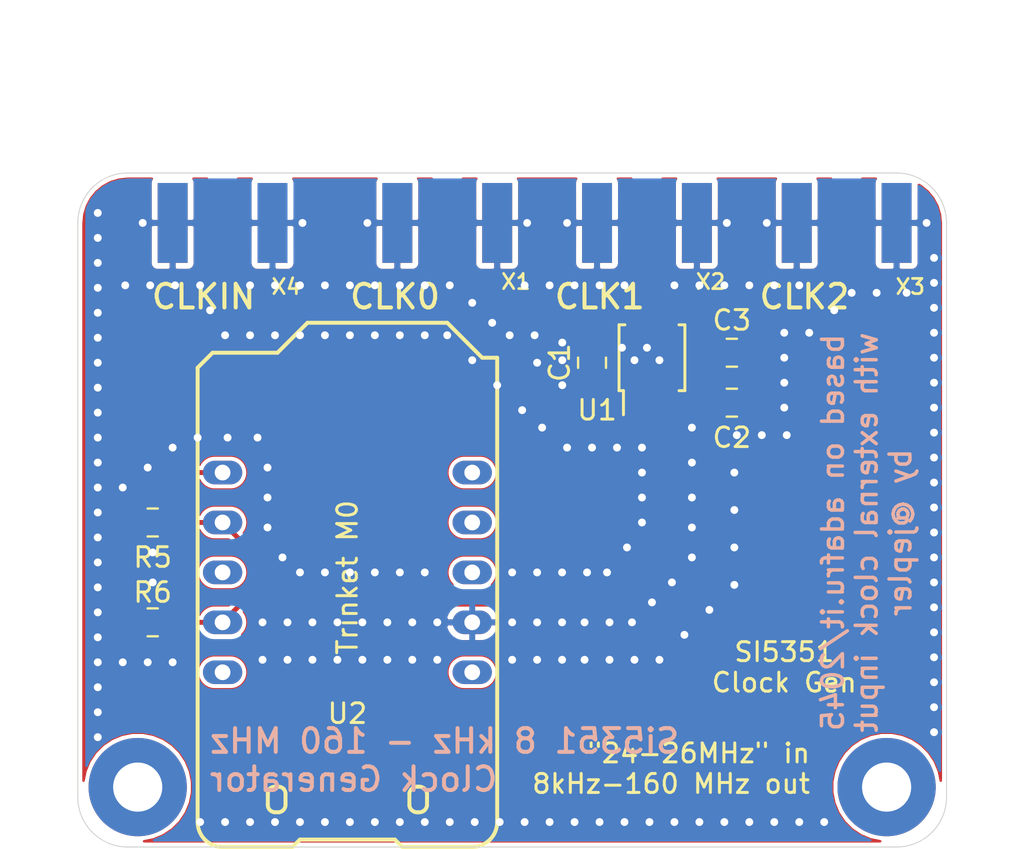
<source format=kicad_pcb>
(kicad_pcb (version 20171130) (host pcbnew 5.1.6+dfsg1-1~bpo10+1)

  (general
    (thickness 1.6)
    (drawings 25)
    (tracks 266)
    (zones 0)
    (modules 15)
    (nets 9)
  )

  (page A4)
  (layers
    (0 Top signal)
    (31 Bottom signal)
    (32 B.Adhes user hide)
    (33 F.Adhes user hide)
    (34 B.Paste user hide)
    (35 F.Paste user)
    (36 B.SilkS user hide)
    (37 F.SilkS user)
    (38 B.Mask user hide)
    (39 F.Mask user)
    (40 Dwgs.User user hide)
    (41 Cmts.User user hide)
    (42 Eco1.User user hide)
    (43 Eco2.User user hide)
    (44 Edge.Cuts user)
    (45 Margin user hide)
    (46 B.CrtYd user hide)
    (47 F.CrtYd user)
    (48 B.Fab user hide)
    (49 F.Fab user)
  )

  (setup
    (last_trace_width 0.25)
    (trace_clearance 0.2)
    (zone_clearance 0.508)
    (zone_45_only no)
    (trace_min 0.2)
    (via_size 0.8)
    (via_drill 0.4)
    (via_min_size 0.4)
    (via_min_drill 0.3)
    (uvia_size 0.3)
    (uvia_drill 0.1)
    (uvias_allowed no)
    (uvia_min_size 0.2)
    (uvia_min_drill 0.1)
    (edge_width 0.05)
    (segment_width 0.2)
    (pcb_text_width 0.3)
    (pcb_text_size 1.5 1.5)
    (mod_edge_width 0.12)
    (mod_text_size 1 1)
    (mod_text_width 0.15)
    (pad_size 3.200001 3.200001)
    (pad_drill 2.5)
    (pad_to_mask_clearance 0.05)
    (aux_axis_origin 0 0)
    (grid_origin 133.2611 115.7986)
    (visible_elements FFFFFF7F)
    (pcbplotparams
      (layerselection 0x010fc_ffffffff)
      (usegerberextensions false)
      (usegerberattributes true)
      (usegerberadvancedattributes true)
      (creategerberjobfile true)
      (excludeedgelayer true)
      (linewidth 0.100000)
      (plotframeref false)
      (viasonmask false)
      (mode 1)
      (useauxorigin false)
      (hpglpennumber 1)
      (hpglpenspeed 20)
      (hpglpendiameter 15.000000)
      (psnegative false)
      (psa4output false)
      (plotreference true)
      (plotvalue true)
      (plotinvisibletext false)
      (padsonsilk false)
      (subtractmaskfromsilk false)
      (outputformat 1)
      (mirror false)
      (drillshape 1)
      (scaleselection 1)
      (outputdirectory ""))
  )

  (net 0 "")
  (net 1 GND)
  (net 2 VDD)
  (net 3 /CLK0)
  (net 4 /CLK1)
  (net 5 /CLK2)
  (net 6 /SDA_3V)
  (net 7 /SCL_3V)
  (net 8 /CLKI)

  (net_class Default "This is the default net class."
    (clearance 0.2)
    (trace_width 0.25)
    (via_dia 0.8)
    (via_drill 0.4)
    (uvia_dia 0.3)
    (uvia_drill 0.1)
    (add_net /CLK0)
    (add_net /CLK1)
    (add_net /CLK2)
    (add_net /CLKI)
    (add_net /SCL_3V)
    (add_net /SDA_3V)
    (add_net GND)
    (add_net VDD)
  )

  (module Package_SO:MSOP-10_3x3mm_P0.5mm (layer Top) (tedit 5A02F25C) (tstamp 5F1F698C)
    (at 148.7551 103.6066 90)
    (descr "10-Lead Plastic Micro Small Outline Package (MS) [MSOP] (see Microchip Packaging Specification 00000049BS.pdf)")
    (tags "SSOP 0.5")
    (path /C1CB36FE)
    (attr smd)
    (fp_text reference U1 (at -2.667 -2.794 180) (layer F.SilkS)
      (effects (font (size 1 1) (thickness 0.15)))
    )
    (fp_text value Si5351A-B-GT (at 0 2.6 90) (layer F.Fab)
      (effects (font (size 1 1) (thickness 0.15)))
    )
    (fp_text user %R (at 0 0 90) (layer F.Fab)
      (effects (font (size 0.6 0.6) (thickness 0.15)))
    )
    (fp_line (start -0.5 -1.5) (end 1.5 -1.5) (layer F.Fab) (width 0.15))
    (fp_line (start 1.5 -1.5) (end 1.5 1.5) (layer F.Fab) (width 0.15))
    (fp_line (start 1.5 1.5) (end -1.5 1.5) (layer F.Fab) (width 0.15))
    (fp_line (start -1.5 1.5) (end -1.5 -0.5) (layer F.Fab) (width 0.15))
    (fp_line (start -1.5 -0.5) (end -0.5 -1.5) (layer F.Fab) (width 0.15))
    (fp_line (start -3.15 -1.85) (end -3.15 1.85) (layer F.CrtYd) (width 0.05))
    (fp_line (start 3.15 -1.85) (end 3.15 1.85) (layer F.CrtYd) (width 0.05))
    (fp_line (start -3.15 -1.85) (end 3.15 -1.85) (layer F.CrtYd) (width 0.05))
    (fp_line (start -3.15 1.85) (end 3.15 1.85) (layer F.CrtYd) (width 0.05))
    (fp_line (start -1.675 -1.675) (end -1.675 -1.45) (layer F.SilkS) (width 0.15))
    (fp_line (start 1.675 -1.675) (end 1.675 -1.375) (layer F.SilkS) (width 0.15))
    (fp_line (start 1.675 1.675) (end 1.675 1.375) (layer F.SilkS) (width 0.15))
    (fp_line (start -1.675 1.675) (end -1.675 1.375) (layer F.SilkS) (width 0.15))
    (fp_line (start -1.675 -1.675) (end 1.675 -1.675) (layer F.SilkS) (width 0.15))
    (fp_line (start -1.675 1.675) (end 1.675 1.675) (layer F.SilkS) (width 0.15))
    (fp_line (start -1.675 -1.45) (end -2.9 -1.45) (layer F.SilkS) (width 0.15))
    (pad 10 smd rect (at 2.2 -1 90) (size 1.4 0.3) (layers Top F.Paste F.Mask)
      (net 3 /CLK0))
    (pad 9 smd rect (at 2.2 -0.5 90) (size 1.4 0.3) (layers Top F.Paste F.Mask)
      (net 4 /CLK1))
    (pad 8 smd rect (at 2.2 0 90) (size 1.4 0.3) (layers Top F.Paste F.Mask)
      (net 1 GND))
    (pad 7 smd rect (at 2.2 0.5 90) (size 1.4 0.3) (layers Top F.Paste F.Mask)
      (net 2 VDD))
    (pad 6 smd rect (at 2.2 1 90) (size 1.4 0.3) (layers Top F.Paste F.Mask)
      (net 5 /CLK2))
    (pad 5 smd rect (at -2.2 1 90) (size 1.4 0.3) (layers Top F.Paste F.Mask)
      (net 6 /SDA_3V))
    (pad 4 smd rect (at -2.2 0.5 90) (size 1.4 0.3) (layers Top F.Paste F.Mask)
      (net 7 /SCL_3V))
    (pad 3 smd rect (at -2.2 0 90) (size 1.4 0.3) (layers Top F.Paste F.Mask))
    (pad 2 smd rect (at -2.2 -0.5 90) (size 1.4 0.3) (layers Top F.Paste F.Mask)
      (net 8 /CLKI))
    (pad 1 smd rect (at -2.2 -1 90) (size 1.4 0.3) (layers Top F.Paste F.Mask)
      (net 2 VDD))
    (model ${KISYS3DMOD}/Package_SO.3dshapes/MSOP-10_3x3mm_P0.5mm.wrl
      (at (xyz 0 0 0))
      (scale (xyz 1 1 1))
      (rotate (xyz 0 0 0))
    )
  )

  (module MountingHole:MountingHole_2.5mm_Pad (layer Top) (tedit 56D1B4CB) (tstamp 5F231F28)
    (at 122.5931 125.4506 180)
    (descr "Mounting Hole 2.5mm")
    (tags "mounting hole 2.5mm")
    (path /C3A43D57)
    (attr virtual)
    (fp_text reference "" (at 0.254 3.556) (layer F.SilkS)
      (effects (font (size 1 1) (thickness 0.15)))
    )
    (fp_text value MOUNTINGHOLE2.5 (at 0 3.5) (layer F.Fab)
      (effects (font (size 1 1) (thickness 0.15)))
    )
    (fp_circle (center 0 0) (end 2.5 0) (layer Cmts.User) (width 0.15))
    (fp_circle (center 0 0) (end 2.75 0) (layer F.CrtYd) (width 0.05))
    (pad 1 thru_hole circle (at 0 0 180) (size 5 5) (drill 2.5) (layers *.Cu *.Mask))
  )

  (module MountingHole:MountingHole_2.5mm_Pad (layer Top) (tedit 56D1B4CB) (tstamp 5F22A9CD)
    (at 160.6931 125.4506 180)
    (descr "Mounting Hole 2.5mm")
    (tags "mounting hole 2.5mm")
    (path /70B50CB4)
    (attr virtual)
    (fp_text reference "" (at 0 3.556) (layer F.SilkS)
      (effects (font (size 1 1) (thickness 0.15)))
    )
    (fp_text value MOUNTINGHOLE2.5 (at 0 3.5) (layer F.Fab)
      (effects (font (size 1 1) (thickness 0.15)))
    )
    (fp_text user %R (at 0.3 0) (layer F.Fab)
      (effects (font (size 1 1) (thickness 0.15)))
    )
    (fp_circle (center 0 0) (end 2.5 0) (layer Cmts.User) (width 0.15))
    (fp_circle (center 0 0) (end 2.75 0) (layer F.CrtYd) (width 0.05))
    (pad 1 thru_hole circle (at 0 0 180) (size 5 5) (drill 2.5) (layers *.Cu *.Mask))
  )

  (module Resistor_SMD:R_0805_2012Metric_Pad1.15x1.40mm_HandSolder (layer Top) (tedit 5B36C52B) (tstamp 5F232197)
    (at 123.3551 117.0686 180)
    (descr "Resistor SMD 0805 (2012 Metric), square (rectangular) end terminal, IPC_7351 nominal with elongated pad for handsoldering. (Body size source: https://docs.google.com/spreadsheets/d/1BsfQQcO9C6DZCsRaXUlFlo91Tg2WpOkGARC1WS5S8t0/edit?usp=sharing), generated with kicad-footprint-generator")
    (tags "resistor handsolder")
    (path /63D5FDD5)
    (attr smd)
    (fp_text reference R6 (at 0 1.524) (layer F.SilkS)
      (effects (font (size 1 1) (thickness 0.15)))
    )
    (fp_text value 10K (at 0 1.65) (layer F.Fab)
      (effects (font (size 1 1) (thickness 0.15)))
    )
    (fp_text user %R (at 0 0) (layer F.Fab)
      (effects (font (size 0.5 0.5) (thickness 0.08)))
    )
    (fp_line (start -1 0.6) (end -1 -0.6) (layer F.Fab) (width 0.1))
    (fp_line (start -1 -0.6) (end 1 -0.6) (layer F.Fab) (width 0.1))
    (fp_line (start 1 -0.6) (end 1 0.6) (layer F.Fab) (width 0.1))
    (fp_line (start 1 0.6) (end -1 0.6) (layer F.Fab) (width 0.1))
    (fp_line (start -0.261252 -0.71) (end 0.261252 -0.71) (layer F.SilkS) (width 0.12))
    (fp_line (start -0.261252 0.71) (end 0.261252 0.71) (layer F.SilkS) (width 0.12))
    (fp_line (start -1.85 0.95) (end -1.85 -0.95) (layer F.CrtYd) (width 0.05))
    (fp_line (start -1.85 -0.95) (end 1.85 -0.95) (layer F.CrtYd) (width 0.05))
    (fp_line (start 1.85 -0.95) (end 1.85 0.95) (layer F.CrtYd) (width 0.05))
    (fp_line (start 1.85 0.95) (end -1.85 0.95) (layer F.CrtYd) (width 0.05))
    (pad 2 smd roundrect (at 1.025 0 180) (size 1.15 1.4) (layers Top F.Paste F.Mask) (roundrect_rratio 0.217391)
      (net 2 VDD))
    (pad 1 smd roundrect (at -1.025 0 180) (size 1.15 1.4) (layers Top F.Paste F.Mask) (roundrect_rratio 0.217391)
      (net 6 /SDA_3V))
    (model ${KISYS3DMOD}/Resistor_SMD.3dshapes/R_0805_2012Metric.wrl
      (at (xyz 0 0 0))
      (scale (xyz 1 1 1))
      (rotate (xyz 0 0 0))
    )
  )

  (module Resistor_SMD:R_0805_2012Metric_Pad1.15x1.40mm_HandSolder (layer Top) (tedit 5B36C52B) (tstamp 5F22774F)
    (at 123.3551 111.9886 180)
    (descr "Resistor SMD 0805 (2012 Metric), square (rectangular) end terminal, IPC_7351 nominal with elongated pad for handsoldering. (Body size source: https://docs.google.com/spreadsheets/d/1BsfQQcO9C6DZCsRaXUlFlo91Tg2WpOkGARC1WS5S8t0/edit?usp=sharing), generated with kicad-footprint-generator")
    (tags "resistor handsolder")
    (path /F256FF88)
    (attr smd)
    (fp_text reference R5 (at 0 -1.778) (layer F.SilkS)
      (effects (font (size 1 1) (thickness 0.15)))
    )
    (fp_text value 10K (at 0 1.65) (layer F.Fab)
      (effects (font (size 1 1) (thickness 0.15)))
    )
    (fp_text user %R (at 0 0) (layer F.Fab)
      (effects (font (size 0.5 0.5) (thickness 0.08)))
    )
    (fp_line (start -1 0.6) (end -1 -0.6) (layer F.Fab) (width 0.1))
    (fp_line (start -1 -0.6) (end 1 -0.6) (layer F.Fab) (width 0.1))
    (fp_line (start 1 -0.6) (end 1 0.6) (layer F.Fab) (width 0.1))
    (fp_line (start 1 0.6) (end -1 0.6) (layer F.Fab) (width 0.1))
    (fp_line (start -0.261252 -0.71) (end 0.261252 -0.71) (layer F.SilkS) (width 0.12))
    (fp_line (start -0.261252 0.71) (end 0.261252 0.71) (layer F.SilkS) (width 0.12))
    (fp_line (start -1.85 0.95) (end -1.85 -0.95) (layer F.CrtYd) (width 0.05))
    (fp_line (start -1.85 -0.95) (end 1.85 -0.95) (layer F.CrtYd) (width 0.05))
    (fp_line (start 1.85 -0.95) (end 1.85 0.95) (layer F.CrtYd) (width 0.05))
    (fp_line (start 1.85 0.95) (end -1.85 0.95) (layer F.CrtYd) (width 0.05))
    (pad 2 smd roundrect (at 1.025 0 180) (size 1.15 1.4) (layers Top F.Paste F.Mask) (roundrect_rratio 0.217391)
      (net 2 VDD))
    (pad 1 smd roundrect (at -1.025 0 180) (size 1.15 1.4) (layers Top F.Paste F.Mask) (roundrect_rratio 0.217391)
      (net 7 /SCL_3V))
    (model ${KISYS3DMOD}/Resistor_SMD.3dshapes/R_0805_2012Metric.wrl
      (at (xyz 0 0 0))
      (scale (xyz 1 1 1))
      (rotate (xyz 0 0 0))
    )
  )

  (module Capacitor_SMD:C_0805_2012Metric_Pad1.15x1.40mm_HandSolder (layer Top) (tedit 5B36C52B) (tstamp 5F2274A9)
    (at 152.8191 103.3526)
    (descr "Capacitor SMD 0805 (2012 Metric), square (rectangular) end terminal, IPC_7351 nominal with elongated pad for handsoldering. (Body size source: https://docs.google.com/spreadsheets/d/1BsfQQcO9C6DZCsRaXUlFlo91Tg2WpOkGARC1WS5S8t0/edit?usp=sharing), generated with kicad-footprint-generator")
    (tags "capacitor handsolder")
    (path /20C94E77)
    (attr smd)
    (fp_text reference C3 (at 0 -1.65) (layer F.SilkS)
      (effects (font (size 1 1) (thickness 0.15)))
    )
    (fp_text value 10µF (at 0 1.65) (layer F.Fab)
      (effects (font (size 1 1) (thickness 0.15)))
    )
    (fp_text user %R (at 0 0) (layer F.Fab)
      (effects (font (size 0.5 0.5) (thickness 0.08)))
    )
    (fp_line (start -1 0.6) (end -1 -0.6) (layer F.Fab) (width 0.1))
    (fp_line (start -1 -0.6) (end 1 -0.6) (layer F.Fab) (width 0.1))
    (fp_line (start 1 -0.6) (end 1 0.6) (layer F.Fab) (width 0.1))
    (fp_line (start 1 0.6) (end -1 0.6) (layer F.Fab) (width 0.1))
    (fp_line (start -0.261252 -0.71) (end 0.261252 -0.71) (layer F.SilkS) (width 0.12))
    (fp_line (start -0.261252 0.71) (end 0.261252 0.71) (layer F.SilkS) (width 0.12))
    (fp_line (start -1.85 0.95) (end -1.85 -0.95) (layer F.CrtYd) (width 0.05))
    (fp_line (start -1.85 -0.95) (end 1.85 -0.95) (layer F.CrtYd) (width 0.05))
    (fp_line (start 1.85 -0.95) (end 1.85 0.95) (layer F.CrtYd) (width 0.05))
    (fp_line (start 1.85 0.95) (end -1.85 0.95) (layer F.CrtYd) (width 0.05))
    (pad 2 smd roundrect (at 1.025 0) (size 1.15 1.4) (layers Top F.Paste F.Mask) (roundrect_rratio 0.217391)
      (net 1 GND))
    (pad 1 smd roundrect (at -1.025 0) (size 1.15 1.4) (layers Top F.Paste F.Mask) (roundrect_rratio 0.217391)
      (net 2 VDD))
    (model ${KISYS3DMOD}/Capacitor_SMD.3dshapes/C_0805_2012Metric.wrl
      (at (xyz 0 0 0))
      (scale (xyz 1 1 1))
      (rotate (xyz 0 0 0))
    )
  )

  (module Capacitor_SMD:C_0805_2012Metric_Pad1.15x1.40mm_HandSolder (layer Top) (tedit 5B36C52B) (tstamp 5F1F69C6)
    (at 152.8191 105.8926)
    (descr "Capacitor SMD 0805 (2012 Metric), square (rectangular) end terminal, IPC_7351 nominal with elongated pad for handsoldering. (Body size source: https://docs.google.com/spreadsheets/d/1BsfQQcO9C6DZCsRaXUlFlo91Tg2WpOkGARC1WS5S8t0/edit?usp=sharing), generated with kicad-footprint-generator")
    (tags "capacitor handsolder")
    (path /8FE7CEF3)
    (attr smd)
    (fp_text reference C2 (at 0 1.778) (layer F.SilkS)
      (effects (font (size 1 1) (thickness 0.15)))
    )
    (fp_text value 0.47uF (at 0 1.65) (layer F.Fab)
      (effects (font (size 1 1) (thickness 0.15)))
    )
    (fp_text user %R (at 0 0) (layer F.Fab)
      (effects (font (size 0.5 0.5) (thickness 0.08)))
    )
    (fp_line (start -1 0.6) (end -1 -0.6) (layer F.Fab) (width 0.1))
    (fp_line (start -1 -0.6) (end 1 -0.6) (layer F.Fab) (width 0.1))
    (fp_line (start 1 -0.6) (end 1 0.6) (layer F.Fab) (width 0.1))
    (fp_line (start 1 0.6) (end -1 0.6) (layer F.Fab) (width 0.1))
    (fp_line (start -0.261252 -0.71) (end 0.261252 -0.71) (layer F.SilkS) (width 0.12))
    (fp_line (start -0.261252 0.71) (end 0.261252 0.71) (layer F.SilkS) (width 0.12))
    (fp_line (start -1.85 0.95) (end -1.85 -0.95) (layer F.CrtYd) (width 0.05))
    (fp_line (start -1.85 -0.95) (end 1.85 -0.95) (layer F.CrtYd) (width 0.05))
    (fp_line (start 1.85 -0.95) (end 1.85 0.95) (layer F.CrtYd) (width 0.05))
    (fp_line (start 1.85 0.95) (end -1.85 0.95) (layer F.CrtYd) (width 0.05))
    (pad 2 smd roundrect (at 1.025 0) (size 1.15 1.4) (layers Top F.Paste F.Mask) (roundrect_rratio 0.217391)
      (net 1 GND))
    (pad 1 smd roundrect (at -1.025 0) (size 1.15 1.4) (layers Top F.Paste F.Mask) (roundrect_rratio 0.217391)
      (net 2 VDD))
    (model ${KISYS3DMOD}/Capacitor_SMD.3dshapes/C_0805_2012Metric.wrl
      (at (xyz 0 0 0))
      (scale (xyz 1 1 1))
      (rotate (xyz 0 0 0))
    )
  )

  (module Capacitor_SMD:C_0805_2012Metric_Pad1.15x1.40mm_HandSolder (layer Top) (tedit 5B36C52B) (tstamp 5F1F69BC)
    (at 145.7071 103.8606 90)
    (descr "Capacitor SMD 0805 (2012 Metric), square (rectangular) end terminal, IPC_7351 nominal with elongated pad for handsoldering. (Body size source: https://docs.google.com/spreadsheets/d/1BsfQQcO9C6DZCsRaXUlFlo91Tg2WpOkGARC1WS5S8t0/edit?usp=sharing), generated with kicad-footprint-generator")
    (tags "capacitor handsolder")
    (path /C762F0D0)
    (attr smd)
    (fp_text reference C1 (at 0 -1.65 90) (layer F.SilkS)
      (effects (font (size 1 1) (thickness 0.15)))
    )
    (fp_text value 0.47uF (at 0 1.65 90) (layer F.Fab)
      (effects (font (size 1 1) (thickness 0.15)))
    )
    (fp_text user %R (at 0 0 90) (layer F.Fab)
      (effects (font (size 0.5 0.5) (thickness 0.08)))
    )
    (fp_line (start -1 0.6) (end -1 -0.6) (layer F.Fab) (width 0.1))
    (fp_line (start -1 -0.6) (end 1 -0.6) (layer F.Fab) (width 0.1))
    (fp_line (start 1 -0.6) (end 1 0.6) (layer F.Fab) (width 0.1))
    (fp_line (start 1 0.6) (end -1 0.6) (layer F.Fab) (width 0.1))
    (fp_line (start -0.261252 -0.71) (end 0.261252 -0.71) (layer F.SilkS) (width 0.12))
    (fp_line (start -0.261252 0.71) (end 0.261252 0.71) (layer F.SilkS) (width 0.12))
    (fp_line (start -1.85 0.95) (end -1.85 -0.95) (layer F.CrtYd) (width 0.05))
    (fp_line (start -1.85 -0.95) (end 1.85 -0.95) (layer F.CrtYd) (width 0.05))
    (fp_line (start 1.85 -0.95) (end 1.85 0.95) (layer F.CrtYd) (width 0.05))
    (fp_line (start 1.85 0.95) (end -1.85 0.95) (layer F.CrtYd) (width 0.05))
    (pad 2 smd roundrect (at 1.025 0 90) (size 1.15 1.4) (layers Top F.Paste F.Mask) (roundrect_rratio 0.217391)
      (net 1 GND))
    (pad 1 smd roundrect (at -1.025 0 90) (size 1.15 1.4) (layers Top F.Paste F.Mask) (roundrect_rratio 0.217391)
      (net 2 VDD))
    (model ${KISYS3DMOD}/Capacitor_SMD.3dshapes/C_0805_2012Metric.wrl
      (at (xyz 0 0 0))
      (scale (xyz 1 1 1))
      (rotate (xyz 0 0 0))
    )
  )

  (module "Trinket M0:TrinketM0" (layer Top) (tedit 5F217C17) (tstamp 5F227833)
    (at 133.2611 114.5286 90)
    (path /5F21D3ED)
    (fp_text reference U2 (at -7.18 0) (layer F.SilkS)
      (effects (font (size 1 1) (thickness 0.15)))
    )
    (fp_text value TrinketM0 (at 0 0 90) (layer F.Fab)
      (effects (font (size 1 1) (thickness 0.15)))
    )
    (fp_line (start 11.176 -6.858) (end 11.176 -3.556) (layer Dwgs.User) (width 0.2))
    (fp_curve (pts (xy -12.7 -7.62) (xy -13.036825 -7.62) (xy -13.359855 -7.486197) (xy -13.598026 -7.248026)) (layer Dwgs.User) (width 0.2))
    (fp_curve (pts (xy -11.80211 -4.05003) (xy -12.009144 -4.06372) (xy -12.188104 -3.907045) (xy -12.201906 -3.700018)) (layer Dwgs.User) (width 0.2))
    (fp_line (start -13.589 2.413) (end -13.589 -2.413) (layer Dwgs.User) (width 0.2))
    (fp_curve (pts (xy -13.598026 7.248026) (xy -13.359855 7.486197) (xy -13.036825 7.62) (xy -12.7 7.62)) (layer Dwgs.User) (width 0.2))
    (fp_line (start -13.589 -2.413) (end -13.97 -2.794) (layer Dwgs.User) (width 0.2))
    (fp_curve (pts (xy -12.201906 3.599942) (xy -12.215192 3.706044) (xy -12.185777 3.813078) (xy -12.120134 3.89749)) (layer Dwgs.User) (width 0.2))
    (fp_line (start 12.7 -2.032) (end 12.7 5.08) (layer Dwgs.User) (width 0.2))
    (fp_line (start 10.922 7.62) (end -12.7 7.62) (layer Dwgs.User) (width 0.2))
    (fp_line (start 11.176 -3.556) (end 12.7 -2.032) (layer Dwgs.User) (width 0.2))
    (fp_line (start -11.85418 3.15214) (end -11.2522 3.15214) (layer Dwgs.User) (width 0.2))
    (fp_line (start -13.97 6.35) (end -13.97 2.794) (layer Dwgs.User) (width 0.2))
    (fp_curve (pts (xy -11.251946 4.05003) (xy -11.14584 4.036773) (xy -11.049349 3.981901) (xy -10.983706 3.89749)) (layer Dwgs.User) (width 0.2))
    (fp_line (start -12.20216 -3.49758) (end -12.20216 -3.69824) (layer Dwgs.User) (width 0.2))
    (fp_curve (pts (xy -13.598026 -7.248026) (xy -13.836197 -7.009854) (xy -13.97 -6.686825) (xy -13.97 -6.35)) (layer Dwgs.User) (width 0.2))
    (fp_line (start -10.90422 -3.69824) (end -10.90422 -3.49758) (layer Dwgs.User) (width 0.2))
    (fp_line (start 10.414 -7.62) (end 11.176 -6.858) (layer Dwgs.User) (width 0.2))
    (fp_curve (pts (xy -13.97 6.35) (xy -13.97 6.686825) (xy -13.836197 7.009854) (xy -13.598026 7.248026)) (layer Dwgs.User) (width 0.2))
    (fp_curve (pts (xy -11.251946 -3.150108) (xy -11.159116 -3.150105) (xy -11.070087 -3.18698) (xy -11.004447 -3.25262)) (layer Dwgs.User) (width 0.2))
    (fp_curve (pts (xy -10.901934 3.599942) (xy -10.87442 3.379085) (xy -11.031101 3.177719) (xy -11.251946 3.150108)) (layer Dwgs.User) (width 0.2))
    (fp_curve (pts (xy -11.004447 -3.947518) (xy -11.070087 -4.013158) (xy -11.159116 -4.050033) (xy -11.251946 -4.05003)) (layer Dwgs.User) (width 0.2))
    (fp_curve (pts (xy -11.004447 -3.25262) (xy -10.938806 -3.318261) (xy -10.901931 -3.40729) (xy -10.901934 -3.50012)) (layer Dwgs.User) (width 0.2))
    (fp_curve (pts (xy -11.851894 3.150108) (xy -12.07274 3.177719) (xy -12.229421 3.379085) (xy -12.201906 3.599942)) (layer Dwgs.User) (width 0.2))
    (fp_curve (pts (xy -12.201906 -3.50012) (xy -12.188104 -3.293093) (xy -12.009144 -3.136418) (xy -11.80211 -3.150108)) (layer Dwgs.User) (width 0.2))
    (fp_curve (pts (xy -10.901934 -3.700018) (xy -10.901931 -3.792848) (xy -10.938806 -3.881877) (xy -11.004447 -3.947518)) (layer Dwgs.User) (width 0.2))
    (fp_line (start -11.80338 -4.04876) (end -11.2522 -4.04876) (layer Dwgs.User) (width 0.2))
    (fp_line (start -11.2522 -3.1496) (end -11.80338 -3.1496) (layer Dwgs.User) (width 0.2))
    (fp_line (start 10.922 6.858) (end 10.922 7.62) (layer Dwgs.User) (width 0.2))
    (fp_line (start 12.7 5.08) (end 10.922 6.858) (layer Dwgs.User) (width 0.2))
    (fp_line (start -11.2522 4.0513) (end -11.85418 4.0513) (layer Dwgs.User) (width 0.2))
    (fp_curve (pts (xy -12.120134 3.89749) (xy -12.054491 3.981901) (xy -11.958 4.036773) (xy -11.851894 4.05003)) (layer Dwgs.User) (width 0.2))
    (fp_line (start -13.97 2.794) (end -13.589 2.413) (layer Dwgs.User) (width 0.2))
    (fp_line (start -13.97 -2.794) (end -13.97 -6.35) (layer Dwgs.User) (width 0.2))
    (fp_line (start -12.7 -7.62) (end 10.414 -7.62) (layer Dwgs.User) (width 0.2))
    (fp_curve (pts (xy -10.983706 3.89749) (xy -10.918064 3.813078) (xy -10.888648 3.706044) (xy -10.901934 3.599942)) (layer Dwgs.User) (width 0.2))
    (fp_circle (center 8.89 5.715) (end 10.16 5.715) (layer Dwgs.User) (width 0.12))
    (fp_circle (center 8.89 -5.715) (end 10.16 -5.715) (layer Dwgs.User) (width 0.12))
    (fp_line (start -12.7 -7.62) (end 10.414 -7.62) (layer F.SilkS) (width 0.2))
    (fp_line (start 10.414 -7.62) (end 11.176 -6.858) (layer F.SilkS) (width 0.2))
    (fp_curve (pts (xy -12.120134 3.89749) (xy -12.054491 3.981901) (xy -11.958 4.036773) (xy -11.851894 4.05003)) (layer F.SilkS) (width 0.2))
    (fp_line (start -11.2522 4.0513) (end -11.85418 4.0513) (layer F.SilkS) (width 0.2))
    (fp_curve (pts (xy -11.80211 -4.05003) (xy -12.009144 -4.06372) (xy -12.188104 -3.907045) (xy -12.201906 -3.700018)) (layer F.SilkS) (width 0.2))
    (fp_curve (pts (xy -13.97 6.35) (xy -13.97 6.686825) (xy -13.836197 7.009854) (xy -13.598026 7.248026)) (layer F.SilkS) (width 0.2))
    (fp_curve (pts (xy -13.598026 7.248026) (xy -13.359855 7.486197) (xy -13.036825 7.62) (xy -12.7 7.62)) (layer F.SilkS) (width 0.2))
    (fp_line (start -11.2522 -3.1496) (end -11.80338 -3.1496) (layer F.SilkS) (width 0.2))
    (fp_curve (pts (xy -10.901934 -3.700018) (xy -10.901931 -3.792848) (xy -10.938806 -3.881877) (xy -11.004447 -3.947518)) (layer F.SilkS) (width 0.2))
    (fp_curve (pts (xy -11.004447 -3.947518) (xy -11.070087 -4.013158) (xy -11.159116 -4.050033) (xy -11.251946 -4.05003)) (layer F.SilkS) (width 0.2))
    (fp_line (start -10.90422 -3.69824) (end -10.90422 -3.49758) (layer F.SilkS) (width 0.2))
    (fp_line (start 10.922 6.858) (end 10.922 7.62) (layer F.SilkS) (width 0.2))
    (fp_line (start 10.922 7.62) (end -12.7 7.62) (layer F.SilkS) (width 0.2))
    (fp_line (start 12.7 -2.032) (end 12.7 5.08) (layer F.SilkS) (width 0.2))
    (fp_line (start -13.97 6.35) (end -13.97 2.794) (layer F.SilkS) (width 0.2))
    (fp_line (start -13.97 2.794) (end -13.589 2.413) (layer F.SilkS) (width 0.2))
    (fp_line (start 12.7 5.08) (end 10.922 6.858) (layer F.SilkS) (width 0.2))
    (fp_line (start -11.80338 -4.04876) (end -11.2522 -4.04876) (layer F.SilkS) (width 0.2))
    (fp_curve (pts (xy -12.201906 -3.50012) (xy -12.188104 -3.293093) (xy -12.009144 -3.136418) (xy -11.80211 -3.150108)) (layer F.SilkS) (width 0.2))
    (fp_line (start -12.20216 -3.49758) (end -12.20216 -3.69824) (layer F.SilkS) (width 0.2))
    (fp_curve (pts (xy -11.251946 -3.150108) (xy -11.159116 -3.150105) (xy -11.070087 -3.18698) (xy -11.004447 -3.25262)) (layer F.SilkS) (width 0.2))
    (fp_curve (pts (xy -11.004447 -3.25262) (xy -10.938806 -3.318261) (xy -10.901931 -3.40729) (xy -10.901934 -3.50012)) (layer F.SilkS) (width 0.2))
    (fp_line (start 11.176 -6.858) (end 11.176 -3.556) (layer F.SilkS) (width 0.2))
    (fp_line (start 11.176 -3.556) (end 12.7 -2.032) (layer F.SilkS) (width 0.2))
    (fp_curve (pts (xy -12.7 -7.62) (xy -13.036825 -7.62) (xy -13.359855 -7.486197) (xy -13.598026 -7.248026)) (layer F.SilkS) (width 0.2))
    (fp_curve (pts (xy -13.598026 -7.248026) (xy -13.836197 -7.009854) (xy -13.97 -6.686825) (xy -13.97 -6.35)) (layer F.SilkS) (width 0.2))
    (fp_line (start -13.589 2.413) (end -13.589 -2.413) (layer F.SilkS) (width 0.2))
    (fp_line (start -13.589 -2.413) (end -13.97 -2.794) (layer F.SilkS) (width 0.2))
    (fp_line (start -13.97 -2.794) (end -13.97 -6.35) (layer F.SilkS) (width 0.2))
    (fp_curve (pts (xy -10.901934 3.599942) (xy -10.87442 3.379085) (xy -11.031101 3.177719) (xy -11.251946 3.150108)) (layer F.SilkS) (width 0.2))
    (fp_curve (pts (xy -11.251946 4.05003) (xy -11.14584 4.036773) (xy -11.049349 3.981901) (xy -10.983706 3.89749)) (layer F.SilkS) (width 0.2))
    (fp_curve (pts (xy -10.983706 3.89749) (xy -10.918064 3.813078) (xy -10.888648 3.706044) (xy -10.901934 3.599942)) (layer F.SilkS) (width 0.2))
    (fp_line (start -11.85418 3.15214) (end -11.2522 3.15214) (layer F.SilkS) (width 0.2))
    (fp_curve (pts (xy -11.851894 3.150108) (xy -12.07274 3.177719) (xy -12.229421 3.379085) (xy -12.201906 3.599942)) (layer F.SilkS) (width 0.2))
    (fp_curve (pts (xy -12.201906 3.599942) (xy -12.215192 3.706044) (xy -12.185777 3.813078) (xy -12.120134 3.89749)) (layer F.SilkS) (width 0.2))
    (pad 5 thru_hole oval (at 5.08 6.35 90) (size 1.2 2) (drill 0.8) (layers *.Cu *.Mask))
    (pad 6 thru_hole oval (at 5.08 -6.35 90) (size 1.2 2) (drill 0.8) (layers *.Cu *.Mask)
      (net 2 VDD))
    (pad 4 thru_hole oval (at 2.54 6.35 90) (size 1.2 2) (drill 0.8) (layers *.Cu *.Mask))
    (pad 7 thru_hole oval (at 2.54 -6.35 90) (size 1.2 2) (drill 0.8) (layers *.Cu *.Mask)
      (net 7 /SCL_3V))
    (pad 3 thru_hole oval (at 0 6.35 90) (size 1.2 2) (drill 0.8) (layers *.Cu *.Mask))
    (pad 8 thru_hole oval (at 0 -6.35 90) (size 1.2 2) (drill 0.8) (layers *.Cu *.Mask))
    (pad 2 thru_hole oval (at -2.54 6.35 90) (size 1.2 2) (drill 0.8) (layers *.Cu *.Mask)
      (net 1 GND))
    (pad 9 thru_hole oval (at -2.54 -6.35 90) (size 1.2 2) (drill 0.8) (layers *.Cu *.Mask)
      (net 6 /SDA_3V))
    (pad 1 thru_hole oval (at -5.08 6.35 90) (size 1.2 2) (drill 0.8) (layers *.Cu *.Mask))
    (pad 10 thru_hole oval (at -5.08 -6.35 90) (size 1.2 2) (drill 0.8) (layers *.Cu *.Mask))
  )

  (module "Adafruit Si5351A:SMA_EDGELAUNCH" (layer Top) (tedit 0) (tstamp 5F208723)
    (at 126.9111 94.7166 270)
    (path /5F29D25A)
    (fp_text reference X4 (at 4.826 -4.064) (layer F.SilkS)
      (effects (font (size 0.77216 0.77216) (thickness 0.138988)) (justify right top))
    )
    (fp_text value SMACONNECTOR_EDGE (at -2.032 -4.064 270) (layer F.Fab)
      (effects (font (size 0.38608 0.38608) (thickness 0.038608)) (justify left top))
    )
    (fp_line (start -9.2075 -2.54) (end -8.255 -2.54) (layer F.Fab) (width 0.2032))
    (fp_line (start -8.255 -2.54) (end -8.255 -3.175) (layer F.Fab) (width 0.2032))
    (fp_line (start -8.255 -3.175) (end -7.62 -3.175) (layer F.Fab) (width 0.2032))
    (fp_line (start -7.62 -3.175) (end -6.985 -3.175) (layer F.Fab) (width 0.2032))
    (fp_line (start -6.985 -3.175) (end -6.35 -3.175) (layer F.Fab) (width 0.2032))
    (fp_line (start -6.35 -3.175) (end -5.715 -3.175) (layer F.Fab) (width 0.2032))
    (fp_line (start -5.715 -3.175) (end -5.08 -3.175) (layer F.Fab) (width 0.2032))
    (fp_line (start -5.08 -3.175) (end -4.445 -3.175) (layer F.Fab) (width 0.2032))
    (fp_line (start -4.445 -3.175) (end -3.4925 -3.175) (layer F.Fab) (width 0.2032))
    (fp_line (start -3.4925 -3.175) (end -3.4925 -2.54) (layer F.Fab) (width 0.2032))
    (fp_line (start -3.4925 -2.54) (end -1.5875 -2.54) (layer F.Fab) (width 0.2032))
    (fp_line (start -1.5875 -2.54) (end -1.5875 2.54) (layer F.Fab) (width 0.2032))
    (fp_line (start -1.5875 2.54) (end -3.4925 2.54) (layer F.Fab) (width 0.2032))
    (fp_line (start -3.4925 2.54) (end -3.4925 3.175) (layer F.Fab) (width 0.2032))
    (fp_line (start -3.4925 3.175) (end -4.445 3.175) (layer F.Fab) (width 0.2032))
    (fp_line (start -4.445 3.175) (end -5.08 3.175) (layer F.Fab) (width 0.2032))
    (fp_line (start -5.08 3.175) (end -5.715 3.175) (layer F.Fab) (width 0.2032))
    (fp_line (start -5.715 3.175) (end -6.35 3.175) (layer F.Fab) (width 0.2032))
    (fp_line (start -6.35 3.175) (end -6.985 3.175) (layer F.Fab) (width 0.2032))
    (fp_line (start -6.985 3.175) (end -7.62 3.175) (layer F.Fab) (width 0.2032))
    (fp_line (start -7.62 3.175) (end -8.255 3.175) (layer F.Fab) (width 0.2032))
    (fp_line (start -8.255 3.175) (end -8.255 2.54) (layer F.Fab) (width 0.2032))
    (fp_line (start -8.255 2.54) (end -9.2075 2.54) (layer F.Fab) (width 0.2032))
    (fp_line (start -9.2075 2.54) (end -9.2075 -2.54) (layer F.Fab) (width 0.2032))
    (fp_line (start -8.255 -2.54) (end -8.255 2.54) (layer F.Fab) (width 0.2032))
    (fp_line (start -8.255 -3.175) (end -7.62 3.175) (layer F.Fab) (width 0.2032))
    (fp_line (start -7.62 -3.175) (end -6.985 3.175) (layer F.Fab) (width 0.2032))
    (fp_line (start -6.985 -3.175) (end -6.35 3.175) (layer F.Fab) (width 0.2032))
    (fp_line (start -6.35 -3.175) (end -5.715 3.175) (layer F.Fab) (width 0.2032))
    (fp_line (start -5.715 -3.175) (end -5.08 3.175) (layer F.Fab) (width 0.2032))
    (fp_line (start -5.08 -3.175) (end -4.445 3.175) (layer F.Fab) (width 0.2032))
    (fp_line (start -4.445 -3.175) (end -3.81 3.175) (layer F.Fab) (width 0.2032))
    (fp_poly (pts (xy 0 0.3175) (xy 3.175 0.3175) (xy 3.175 -0.3175) (xy 0 -0.3175)) (layer F.Fab) (width 0))
    (fp_poly (pts (xy -1.524 -3.048) (xy 3.81 -3.048) (xy 3.81 -2.032) (xy 0 -2.032)
      (xy 0 2.032) (xy 3.81 2.032) (xy 3.81 3.048) (xy -1.524 3.048)) (layer F.Fab) (width 0))
    (fp_poly (pts (xy -1.524 -5.08) (xy 0 -5.08) (xy 0 5.08) (xy -1.524 5.08)) (layer F.Fab) (width 0))
    (pad GND@4 smd rect (at 2.032 2.54) (size 1.524 4.064) (layers Bottom B.Mask)
      (net 1 GND) (solder_mask_margin 0.0508))
    (pad GND@3 smd rect (at 2.032 -2.54) (size 1.524 4.064) (layers Bottom B.Mask)
      (net 1 GND) (solder_mask_margin 0.0508))
    (pad P smd rect (at 2.032 0) (size 1.27 4.064) (layers Top F.Mask)
      (net 8 /CLKI) (solder_mask_margin 0.0508) (zone_connect 2))
    (pad GND@1 smd rect (at 2.032 2.54) (size 1.524 4.064) (layers Top F.Mask)
      (net 1 GND) (solder_mask_margin 0.0508))
    (pad GND@2 smd rect (at 2.032 -2.54) (size 1.524 4.064) (layers Top F.Mask)
      (net 1 GND) (solder_mask_margin 0.0508))
  )

  (module "Adafruit Si5351A:SMA_EDGELAUNCH" (layer Top) (tedit 0) (tstamp 5F208A04)
    (at 138.3411 94.7166 270)
    (path /753049C4)
    (fp_text reference X1 (at 4.572 -4.318) (layer F.SilkS)
      (effects (font (size 0.77216 0.77216) (thickness 0.138988)) (justify right top))
    )
    (fp_text value SMACONNECTOR_EDGE (at -2.032 -4.064 90) (layer F.Fab)
      (effects (font (size 0.38608 0.38608) (thickness 0.038608)) (justify right top))
    )
    (fp_poly (pts (xy -1.524 -5.08) (xy 0 -5.08) (xy 0 5.08) (xy -1.524 5.08)) (layer F.Fab) (width 0))
    (fp_poly (pts (xy -1.524 -3.048) (xy 3.81 -3.048) (xy 3.81 -2.032) (xy 0 -2.032)
      (xy 0 2.032) (xy 3.81 2.032) (xy 3.81 3.048) (xy -1.524 3.048)) (layer F.Fab) (width 0))
    (fp_poly (pts (xy 0 0.3175) (xy 3.175 0.3175) (xy 3.175 -0.3175) (xy 0 -0.3175)) (layer F.Fab) (width 0))
    (fp_line (start -4.445 -3.175) (end -3.81 3.175) (layer F.Fab) (width 0.2032))
    (fp_line (start -5.08 -3.175) (end -4.445 3.175) (layer F.Fab) (width 0.2032))
    (fp_line (start -5.715 -3.175) (end -5.08 3.175) (layer F.Fab) (width 0.2032))
    (fp_line (start -6.35 -3.175) (end -5.715 3.175) (layer F.Fab) (width 0.2032))
    (fp_line (start -6.985 -3.175) (end -6.35 3.175) (layer F.Fab) (width 0.2032))
    (fp_line (start -7.62 -3.175) (end -6.985 3.175) (layer F.Fab) (width 0.2032))
    (fp_line (start -8.255 -3.175) (end -7.62 3.175) (layer F.Fab) (width 0.2032))
    (fp_line (start -8.255 -2.54) (end -8.255 2.54) (layer F.Fab) (width 0.2032))
    (fp_line (start -9.2075 2.54) (end -9.2075 -2.54) (layer F.Fab) (width 0.2032))
    (fp_line (start -8.255 2.54) (end -9.2075 2.54) (layer F.Fab) (width 0.2032))
    (fp_line (start -8.255 3.175) (end -8.255 2.54) (layer F.Fab) (width 0.2032))
    (fp_line (start -7.62 3.175) (end -8.255 3.175) (layer F.Fab) (width 0.2032))
    (fp_line (start -6.985 3.175) (end -7.62 3.175) (layer F.Fab) (width 0.2032))
    (fp_line (start -6.35 3.175) (end -6.985 3.175) (layer F.Fab) (width 0.2032))
    (fp_line (start -5.715 3.175) (end -6.35 3.175) (layer F.Fab) (width 0.2032))
    (fp_line (start -5.08 3.175) (end -5.715 3.175) (layer F.Fab) (width 0.2032))
    (fp_line (start -4.445 3.175) (end -5.08 3.175) (layer F.Fab) (width 0.2032))
    (fp_line (start -3.4925 3.175) (end -4.445 3.175) (layer F.Fab) (width 0.2032))
    (fp_line (start -3.4925 2.54) (end -3.4925 3.175) (layer F.Fab) (width 0.2032))
    (fp_line (start -1.5875 2.54) (end -3.4925 2.54) (layer F.Fab) (width 0.2032))
    (fp_line (start -1.5875 -2.54) (end -1.5875 2.54) (layer F.Fab) (width 0.2032))
    (fp_line (start -3.4925 -2.54) (end -1.5875 -2.54) (layer F.Fab) (width 0.2032))
    (fp_line (start -3.4925 -3.175) (end -3.4925 -2.54) (layer F.Fab) (width 0.2032))
    (fp_line (start -4.445 -3.175) (end -3.4925 -3.175) (layer F.Fab) (width 0.2032))
    (fp_line (start -5.08 -3.175) (end -4.445 -3.175) (layer F.Fab) (width 0.2032))
    (fp_line (start -5.715 -3.175) (end -5.08 -3.175) (layer F.Fab) (width 0.2032))
    (fp_line (start -6.35 -3.175) (end -5.715 -3.175) (layer F.Fab) (width 0.2032))
    (fp_line (start -6.985 -3.175) (end -6.35 -3.175) (layer F.Fab) (width 0.2032))
    (fp_line (start -7.62 -3.175) (end -6.985 -3.175) (layer F.Fab) (width 0.2032))
    (fp_line (start -8.255 -3.175) (end -7.62 -3.175) (layer F.Fab) (width 0.2032))
    (fp_line (start -8.255 -2.54) (end -8.255 -3.175) (layer F.Fab) (width 0.2032))
    (fp_line (start -9.2075 -2.54) (end -8.255 -2.54) (layer F.Fab) (width 0.2032))
    (pad GND@4 smd rect (at 2.032 2.54) (size 1.524 4.064) (layers Bottom B.Mask)
      (net 1 GND) (solder_mask_margin 0.0508))
    (pad GND@3 smd rect (at 2.032 -2.54) (size 1.524 4.064) (layers Bottom B.Mask)
      (net 1 GND) (solder_mask_margin 0.0508))
    (pad P smd rect (at 2.032 0) (size 1.27 4.064) (layers Top F.Mask)
      (net 3 /CLK0) (solder_mask_margin 0.0508) (zone_connect 2))
    (pad GND@1 smd rect (at 2.032 2.54) (size 1.524 4.064) (layers Top F.Mask)
      (net 1 GND) (solder_mask_margin 0.0508))
    (pad GND@2 smd rect (at 2.032 -2.54) (size 1.524 4.064) (layers Top F.Mask)
      (net 1 GND) (solder_mask_margin 0.0508))
  )

  (module "Adafruit Si5351A:SMA_EDGELAUNCH" (layer Top) (tedit 0) (tstamp 5F1F69FC)
    (at 148.5011 94.7166 270)
    (path /DDF2E3E2)
    (fp_text reference X2 (at 4.572 -4.064) (layer F.SilkS)
      (effects (font (size 0.77216 0.77216) (thickness 0.138988)) (justify right top))
    )
    (fp_text value SMACONNECTOR_EDGE (at -2.032 -4.064 90) (layer F.Fab)
      (effects (font (size 0.38608 0.38608) (thickness 0.038608)) (justify right top))
    )
    (fp_poly (pts (xy -1.524 -5.08) (xy 0 -5.08) (xy 0 5.08) (xy -1.524 5.08)) (layer F.Fab) (width 0))
    (fp_poly (pts (xy -1.524 -3.048) (xy 3.81 -3.048) (xy 3.81 -2.032) (xy 0 -2.032)
      (xy 0 2.032) (xy 3.81 2.032) (xy 3.81 3.048) (xy -1.524 3.048)) (layer F.Fab) (width 0))
    (fp_poly (pts (xy 0 0.3175) (xy 3.175 0.3175) (xy 3.175 -0.3175) (xy 0 -0.3175)) (layer F.Fab) (width 0))
    (fp_line (start -4.445 -3.175) (end -3.81 3.175) (layer F.Fab) (width 0.2032))
    (fp_line (start -5.08 -3.175) (end -4.445 3.175) (layer F.Fab) (width 0.2032))
    (fp_line (start -5.715 -3.175) (end -5.08 3.175) (layer F.Fab) (width 0.2032))
    (fp_line (start -6.35 -3.175) (end -5.715 3.175) (layer F.Fab) (width 0.2032))
    (fp_line (start -6.985 -3.175) (end -6.35 3.175) (layer F.Fab) (width 0.2032))
    (fp_line (start -7.62 -3.175) (end -6.985 3.175) (layer F.Fab) (width 0.2032))
    (fp_line (start -8.255 -3.175) (end -7.62 3.175) (layer F.Fab) (width 0.2032))
    (fp_line (start -8.255 -2.54) (end -8.255 2.54) (layer F.Fab) (width 0.2032))
    (fp_line (start -9.2075 2.54) (end -9.2075 -2.54) (layer F.Fab) (width 0.2032))
    (fp_line (start -8.255 2.54) (end -9.2075 2.54) (layer F.Fab) (width 0.2032))
    (fp_line (start -8.255 3.175) (end -8.255 2.54) (layer F.Fab) (width 0.2032))
    (fp_line (start -7.62 3.175) (end -8.255 3.175) (layer F.Fab) (width 0.2032))
    (fp_line (start -6.985 3.175) (end -7.62 3.175) (layer F.Fab) (width 0.2032))
    (fp_line (start -6.35 3.175) (end -6.985 3.175) (layer F.Fab) (width 0.2032))
    (fp_line (start -5.715 3.175) (end -6.35 3.175) (layer F.Fab) (width 0.2032))
    (fp_line (start -5.08 3.175) (end -5.715 3.175) (layer F.Fab) (width 0.2032))
    (fp_line (start -4.445 3.175) (end -5.08 3.175) (layer F.Fab) (width 0.2032))
    (fp_line (start -3.4925 3.175) (end -4.445 3.175) (layer F.Fab) (width 0.2032))
    (fp_line (start -3.4925 2.54) (end -3.4925 3.175) (layer F.Fab) (width 0.2032))
    (fp_line (start -1.5875 2.54) (end -3.4925 2.54) (layer F.Fab) (width 0.2032))
    (fp_line (start -1.5875 -2.54) (end -1.5875 2.54) (layer F.Fab) (width 0.2032))
    (fp_line (start -3.4925 -2.54) (end -1.5875 -2.54) (layer F.Fab) (width 0.2032))
    (fp_line (start -3.4925 -3.175) (end -3.4925 -2.54) (layer F.Fab) (width 0.2032))
    (fp_line (start -4.445 -3.175) (end -3.4925 -3.175) (layer F.Fab) (width 0.2032))
    (fp_line (start -5.08 -3.175) (end -4.445 -3.175) (layer F.Fab) (width 0.2032))
    (fp_line (start -5.715 -3.175) (end -5.08 -3.175) (layer F.Fab) (width 0.2032))
    (fp_line (start -6.35 -3.175) (end -5.715 -3.175) (layer F.Fab) (width 0.2032))
    (fp_line (start -6.985 -3.175) (end -6.35 -3.175) (layer F.Fab) (width 0.2032))
    (fp_line (start -7.62 -3.175) (end -6.985 -3.175) (layer F.Fab) (width 0.2032))
    (fp_line (start -8.255 -3.175) (end -7.62 -3.175) (layer F.Fab) (width 0.2032))
    (fp_line (start -8.255 -2.54) (end -8.255 -3.175) (layer F.Fab) (width 0.2032))
    (fp_line (start -9.2075 -2.54) (end -8.255 -2.54) (layer F.Fab) (width 0.2032))
    (pad GND@4 smd rect (at 2.032 2.54) (size 1.524 4.064) (layers Bottom B.Mask)
      (net 1 GND) (solder_mask_margin 0.0508))
    (pad GND@3 smd rect (at 2.032 -2.54) (size 1.524 4.064) (layers Bottom B.Mask)
      (net 1 GND) (solder_mask_margin 0.0508))
    (pad P smd rect (at 2.032 0) (size 1.27 4.064) (layers Top F.Mask)
      (net 4 /CLK1) (solder_mask_margin 0.0508) (zone_connect 2))
    (pad GND@1 smd rect (at 2.032 2.54) (size 1.524 4.064) (layers Top F.Mask)
      (net 1 GND) (solder_mask_margin 0.0508))
    (pad GND@2 smd rect (at 2.032 -2.54) (size 1.524 4.064) (layers Top F.Mask)
      (net 1 GND) (solder_mask_margin 0.0508))
  )

  (module "Adafruit Si5351A:SMA_EDGELAUNCH" (layer Top) (tedit 0) (tstamp 5F1F6A28)
    (at 158.6611 94.7166 270)
    (path /03A3F618)
    (fp_text reference X3 (at 4.826 -4.064) (layer F.SilkS)
      (effects (font (size 0.77216 0.77216) (thickness 0.138988)) (justify right top))
    )
    (fp_text value SMACONNECTOR_EDGE (at -2.032 -4.064 90) (layer F.Fab)
      (effects (font (size 0.38608 0.38608) (thickness 0.038608)) (justify right top))
    )
    (fp_poly (pts (xy -1.524 -5.08) (xy 0 -5.08) (xy 0 5.08) (xy -1.524 5.08)) (layer F.Fab) (width 0))
    (fp_poly (pts (xy -1.524 -3.048) (xy 3.81 -3.048) (xy 3.81 -2.032) (xy 0 -2.032)
      (xy 0 2.032) (xy 3.81 2.032) (xy 3.81 3.048) (xy -1.524 3.048)) (layer F.Fab) (width 0))
    (fp_poly (pts (xy 0 0.3175) (xy 3.175 0.3175) (xy 3.175 -0.3175) (xy 0 -0.3175)) (layer F.Fab) (width 0))
    (fp_line (start -4.445 -3.175) (end -3.81 3.175) (layer F.Fab) (width 0.2032))
    (fp_line (start -5.08 -3.175) (end -4.445 3.175) (layer F.Fab) (width 0.2032))
    (fp_line (start -5.715 -3.175) (end -5.08 3.175) (layer F.Fab) (width 0.2032))
    (fp_line (start -6.35 -3.175) (end -5.715 3.175) (layer F.Fab) (width 0.2032))
    (fp_line (start -6.985 -3.175) (end -6.35 3.175) (layer F.Fab) (width 0.2032))
    (fp_line (start -7.62 -3.175) (end -6.985 3.175) (layer F.Fab) (width 0.2032))
    (fp_line (start -8.255 -3.175) (end -7.62 3.175) (layer F.Fab) (width 0.2032))
    (fp_line (start -8.255 -2.54) (end -8.255 2.54) (layer F.Fab) (width 0.2032))
    (fp_line (start -9.2075 2.54) (end -9.2075 -2.54) (layer F.Fab) (width 0.2032))
    (fp_line (start -8.255 2.54) (end -9.2075 2.54) (layer F.Fab) (width 0.2032))
    (fp_line (start -8.255 3.175) (end -8.255 2.54) (layer F.Fab) (width 0.2032))
    (fp_line (start -7.62 3.175) (end -8.255 3.175) (layer F.Fab) (width 0.2032))
    (fp_line (start -6.985 3.175) (end -7.62 3.175) (layer F.Fab) (width 0.2032))
    (fp_line (start -6.35 3.175) (end -6.985 3.175) (layer F.Fab) (width 0.2032))
    (fp_line (start -5.715 3.175) (end -6.35 3.175) (layer F.Fab) (width 0.2032))
    (fp_line (start -5.08 3.175) (end -5.715 3.175) (layer F.Fab) (width 0.2032))
    (fp_line (start -4.445 3.175) (end -5.08 3.175) (layer F.Fab) (width 0.2032))
    (fp_line (start -3.4925 3.175) (end -4.445 3.175) (layer F.Fab) (width 0.2032))
    (fp_line (start -3.4925 2.54) (end -3.4925 3.175) (layer F.Fab) (width 0.2032))
    (fp_line (start -1.5875 2.54) (end -3.4925 2.54) (layer F.Fab) (width 0.2032))
    (fp_line (start -1.5875 -2.54) (end -1.5875 2.54) (layer F.Fab) (width 0.2032))
    (fp_line (start -3.4925 -2.54) (end -1.5875 -2.54) (layer F.Fab) (width 0.2032))
    (fp_line (start -3.4925 -3.175) (end -3.4925 -2.54) (layer F.Fab) (width 0.2032))
    (fp_line (start -4.445 -3.175) (end -3.4925 -3.175) (layer F.Fab) (width 0.2032))
    (fp_line (start -5.08 -3.175) (end -4.445 -3.175) (layer F.Fab) (width 0.2032))
    (fp_line (start -5.715 -3.175) (end -5.08 -3.175) (layer F.Fab) (width 0.2032))
    (fp_line (start -6.35 -3.175) (end -5.715 -3.175) (layer F.Fab) (width 0.2032))
    (fp_line (start -6.985 -3.175) (end -6.35 -3.175) (layer F.Fab) (width 0.2032))
    (fp_line (start -7.62 -3.175) (end -6.985 -3.175) (layer F.Fab) (width 0.2032))
    (fp_line (start -8.255 -3.175) (end -7.62 -3.175) (layer F.Fab) (width 0.2032))
    (fp_line (start -8.255 -2.54) (end -8.255 -3.175) (layer F.Fab) (width 0.2032))
    (fp_line (start -9.2075 -2.54) (end -8.255 -2.54) (layer F.Fab) (width 0.2032))
    (pad GND@4 smd rect (at 2.032 2.54) (size 1.524 4.064) (layers Bottom B.Mask)
      (net 1 GND) (solder_mask_margin 0.0508))
    (pad GND@3 smd rect (at 2.032 -2.54) (size 1.524 4.064) (layers Bottom B.Mask)
      (net 1 GND) (solder_mask_margin 0.0508))
    (pad P smd rect (at 2.032 0) (size 1.27 4.064) (layers Top F.Mask)
      (net 5 /CLK2) (solder_mask_margin 0.0508) (zone_connect 2))
    (pad GND@1 smd rect (at 2.032 2.54) (size 1.524 4.064) (layers Top F.Mask)
      (net 1 GND) (solder_mask_margin 0.0508))
    (pad GND@2 smd rect (at 2.032 -2.54) (size 1.524 4.064) (layers Top F.Mask)
      (net 1 GND) (solder_mask_margin 0.0508))
  )

  (module "Adafruit Si5351A:FIDUCIAL_1MM" (layer Top) (tedit 0) (tstamp 5F234B07)
    (at 124.1171 121.3866)
    (path /E067070F)
    (fp_text reference FID2 (at 0 0) (layer F.SilkS) hide
      (effects (font (size 1.27 1.27) (thickness 0.15)) (justify right top))
    )
    (fp_text value FIDUCIAL"" (at 0 0) (layer F.SilkS) hide
      (effects (font (size 1.27 1.27) (thickness 0.15)) (justify right top))
    )
    (fp_arc (start 0 0) (end 0 0.75) (angle 90) (layer Dwgs.User) (width 0.5))
    (fp_arc (start 0 0) (end 0.75 0) (angle 90) (layer Dwgs.User) (width 0.5))
    (fp_arc (start 0 0) (end 0 -0.75) (angle 90) (layer Dwgs.User) (width 0.5))
    (fp_arc (start 0 0) (end -0.75 0) (angle 90) (layer Dwgs.User) (width 0.5))
    (fp_arc (start 0 0) (end 0 0.75) (angle 90) (layer Dwgs.User) (width 0.5))
    (fp_arc (start 0 0) (end 0.75 0) (angle 90) (layer Dwgs.User) (width 0.5))
    (fp_arc (start 0 0) (end 0 -0.75) (angle 90) (layer Dwgs.User) (width 0.5))
    (fp_arc (start 0 0) (end -0.75 0) (angle 90) (layer Dwgs.User) (width 0.5))
    (fp_arc (start 0 0) (end 0 0.75) (angle 90) (layer F.Mask) (width 0.5))
    (fp_arc (start 0 0) (end 0.75 0) (angle 90) (layer F.Mask) (width 0.5))
    (fp_arc (start 0 0) (end 0 -0.75) (angle 90) (layer F.Mask) (width 0.5))
    (fp_arc (start 0 0) (end -0.75 0) (angle 90) (layer F.Mask) (width 0.5))
    (pad 1 smd roundrect (at 0 0) (size 1 1) (layers Top F.Mask) (roundrect_rratio 0.5)
      (solder_mask_margin 0.0508))
  )

  (module "Adafruit Si5351A:FIDUCIAL_1MM" (layer Top) (tedit 0) (tstamp 5F1F6A66)
    (at 160.5661 102.8446 180)
    (path /DB63CB8D)
    (fp_text reference FID1 (at 0 0 180) (layer F.SilkS) hide
      (effects (font (size 1.27 1.27) (thickness 0.15)) (justify right top))
    )
    (fp_text value FIDUCIAL"" (at 0 0 180) (layer F.SilkS) hide
      (effects (font (size 1.27 1.27) (thickness 0.15)) (justify right top))
    )
    (fp_arc (start 0 0) (end 0 0.75) (angle 90) (layer Dwgs.User) (width 0.5))
    (fp_arc (start 0 0) (end 0.75 0) (angle 90) (layer Dwgs.User) (width 0.5))
    (fp_arc (start 0 0) (end 0 -0.75) (angle 90) (layer Dwgs.User) (width 0.5))
    (fp_arc (start 0 0) (end -0.75 0) (angle 90) (layer Dwgs.User) (width 0.5))
    (fp_arc (start 0 0) (end 0 0.75) (angle 90) (layer Dwgs.User) (width 0.5))
    (fp_arc (start 0 0) (end 0.75 0) (angle 90) (layer Dwgs.User) (width 0.5))
    (fp_arc (start 0 0) (end 0 -0.75) (angle 90) (layer Dwgs.User) (width 0.5))
    (fp_arc (start 0 0) (end -0.75 0) (angle 90) (layer Dwgs.User) (width 0.5))
    (fp_arc (start 0 0) (end 0 0.75) (angle 90) (layer F.Mask) (width 0.5))
    (fp_arc (start 0 0) (end 0.75 0) (angle 90) (layer F.Mask) (width 0.5))
    (fp_arc (start 0 0) (end 0 -0.75) (angle 90) (layer F.Mask) (width 0.5))
    (fp_arc (start 0 0) (end -0.75 0) (angle 90) (layer F.Mask) (width 0.5))
    (pad 1 smd roundrect (at 0 0 180) (size 1 1) (layers Top F.Mask) (roundrect_rratio 0.5)
      (solder_mask_margin 0.0508))
  )

  (gr_text "Si5351 8 kHz - 160 MHz\nClock Generator" (at 126.1491 122.4026) (layer B.SilkS) (tstamp 5F2345EB)
    (effects (font (size 1.2065 1.2065) (thickness 0.2032)) (justify right top mirror))
  )
  (dimension 6.35 (width 0.15) (layer Dwgs.User)
    (gr_text "6.350 mm" (at 130.0861 83.5106) (layer Dwgs.User)
      (effects (font (size 1 1) (thickness 0.15)))
    )
    (feature1 (pts (xy 133.2611 96.7486) (xy 133.2611 84.224179)))
    (feature2 (pts (xy 126.9111 96.7486) (xy 126.9111 84.224179)))
    (crossbar (pts (xy 126.9111 84.8106) (xy 133.2611 84.8106)))
    (arrow1a (pts (xy 133.2611 84.8106) (xy 132.134596 85.397021)))
    (arrow1b (pts (xy 133.2611 84.8106) (xy 132.134596 84.224179)))
    (arrow2a (pts (xy 126.9111 84.8106) (xy 128.037604 85.397021)))
    (arrow2b (pts (xy 126.9111 84.8106) (xy 128.037604 84.224179)))
  )
  (dimension 38.1 (width 0.15) (layer Dwgs.User)
    (gr_text "1.5000 in" (at 141.6431 136.6566) (layer Dwgs.User)
      (effects (font (size 1 1) (thickness 0.15)))
    )
    (feature1 (pts (xy 122.5931 125.4506) (xy 122.5931 135.943021)))
    (feature2 (pts (xy 160.6931 125.4506) (xy 160.6931 135.943021)))
    (crossbar (pts (xy 160.6931 135.3566) (xy 122.5931 135.3566)))
    (arrow1a (pts (xy 122.5931 135.3566) (xy 123.719604 134.770179)))
    (arrow1b (pts (xy 122.5931 135.3566) (xy 123.719604 135.943021)))
    (arrow2a (pts (xy 160.6931 135.3566) (xy 159.566596 134.770179)))
    (arrow2b (pts (xy 160.6931 135.3566) (xy 159.566596 135.943021)))
  )
  (gr_text "Trinket M0\n" (at 133.2611 114.7826 90) (layer F.SilkS)
    (effects (font (size 1 1) (thickness 0.15)))
  )
  (dimension 44.196 (width 0.15) (layer Dwgs.User) (tstamp 5F22A8C1)
    (gr_text "1.7400 in" (at 141.6431 138.9426) (layer Dwgs.User) (tstamp 5F22A8C2)
      (effects (font (size 1 1) (thickness 0.15)))
    )
    (feature1 (pts (xy 119.5451 125.9586) (xy 119.5451 138.229021)))
    (feature2 (pts (xy 163.7411 125.9586) (xy 163.7411 138.229021)))
    (crossbar (pts (xy 163.7411 137.6426) (xy 119.5451 137.6426)))
    (arrow1a (pts (xy 119.5451 137.6426) (xy 120.671604 137.056179)))
    (arrow1b (pts (xy 119.5451 137.6426) (xy 120.671604 138.229021)))
    (arrow2a (pts (xy 163.7411 137.6426) (xy 162.614596 137.056179)))
    (arrow2b (pts (xy 163.7411 137.6426) (xy 162.614596 138.229021)))
  )
  (gr_text "CLKIN\n" (at 128.6891 99.7966) (layer F.SilkS) (tstamp 5F20A9B8)
    (effects (font (size 1.2065 1.2065) (thickness 0.2032)) (justify right top))
  )
  (gr_text "based on adafru.it/2045\nwith external clock input\nby @jepler" (at 159.6771 112.4966 90) (layer B.SilkS) (tstamp 5F234645)
    (effects (font (size 1.0668 1.0668) (thickness 0.1778)) (justify mirror))
  )
  (gr_line (start 135.5471 128.4986) (end 122.0851 128.4986) (layer Edge.Cuts) (width 0.05) (tstamp 5F227476))
  (gr_line (start 122.0851 94.2086) (end 135.5471 94.2086) (layer Edge.Cuts) (width 0.05) (tstamp 5F2088D6))
  (gr_line (start 119.5451 125.9586) (end 119.5451 96.7486) (layer Edge.Cuts) (width 0.05) (tstamp 42BD52F0))
  (gr_arc (start 122.0851 96.7486) (end 119.5451 96.7486) (angle 90) (layer Edge.Cuts) (width 0.05) (tstamp 42BD5780))
  (gr_line (start 135.5471 94.2086) (end 161.2011 94.2086) (layer Edge.Cuts) (width 0.05) (tstamp 42BD5C80))
  (gr_arc (start 161.2011 96.7486) (end 161.2011 94.2086) (angle 90) (layer Edge.Cuts) (width 0.05) (tstamp 40F4AA40))
  (gr_line (start 163.7411 96.7486) (end 163.7411 125.9586) (layer Edge.Cuts) (width 0.05) (tstamp 40F4AF60))
  (gr_arc (start 161.2011 125.9586) (end 163.7411 125.9586) (angle 90) (layer Edge.Cuts) (width 0.05) (tstamp 5F227488))
  (gr_line (start 161.2011 128.4986) (end 135.5471 128.4986) (layer Edge.Cuts) (width 0.05) (tstamp 5F22749D))
  (gr_arc (start 122.0851 125.9586) (end 122.0851 128.4986) (angle 90) (layer Edge.Cuts) (width 0.05) (tstamp 5F22742E))
  (gr_text CLK0 (at 138.0871 99.7966) (layer F.SilkS) (tstamp 411B2F50)
    (effects (font (size 1.2065 1.2065) (thickness 0.2032)) (justify right top))
  )
  (gr_text CLK1 (at 148.5011 99.7966) (layer F.SilkS) (tstamp 42C38290)
    (effects (font (size 1.2065 1.2065) (thickness 0.2032)) (justify right top))
  )
  (gr_text CLK2 (at 158.9151 99.7966) (layer F.SilkS) (tstamp 42C388F0)
    (effects (font (size 1.2065 1.2065) (thickness 0.2032)) (justify right top))
  )
  (gr_text "SI5351\nClock Gen" (at 155.4861 119.3546) (layer F.SilkS) (tstamp 5F227446)
    (effects (font (size 0.9652 0.9652) (thickness 0.1524)))
  )
  (gr_text "\"24-26MHz\" in\n8kHz-160 MHz out" (at 156.8831 123.1646) (layer F.SilkS) (tstamp 5F227443)
    (effects (font (size 0.9652 0.9652) (thickness 0.1524)) (justify right top))
  )
  (dimension 5.08 (width 0.1) (layer Dwgs.User)
    (gr_text "5.080 mm" (at 135.8011 89.4026) (layer Dwgs.User)
      (effects (font (size 1 1) (thickness 0.15)))
    )
    (feature1 (pts (xy 138.3411 96.7486) (xy 138.3411 90.066179)))
    (feature2 (pts (xy 133.2611 96.7486) (xy 133.2611 90.066179)))
    (crossbar (pts (xy 133.2611 90.6526) (xy 138.3411 90.6526)))
    (arrow1a (pts (xy 138.3411 90.6526) (xy 137.214596 91.239021)))
    (arrow1b (pts (xy 138.3411 90.6526) (xy 137.214596 90.066179)))
    (arrow2a (pts (xy 133.2611 90.6526) (xy 134.387604 91.239021)))
    (arrow2b (pts (xy 133.2611 90.6526) (xy 134.387604 90.066179)))
  )
  (dimension 15.24 (width 0.1) (layer Dwgs.User)
    (gr_text "15.240 mm" (at 140.8811 83.5606) (layer Dwgs.User)
      (effects (font (size 1 1) (thickness 0.15)))
    )
    (feature1 (pts (xy 148.5011 96.4946) (xy 148.5011 84.224179)))
    (feature2 (pts (xy 133.2611 96.4946) (xy 133.2611 84.224179)))
    (crossbar (pts (xy 133.2611 84.8106) (xy 148.5011 84.8106)))
    (arrow1a (pts (xy 148.5011 84.8106) (xy 147.374596 85.397021)))
    (arrow1b (pts (xy 148.5011 84.8106) (xy 147.374596 84.224179)))
    (arrow2a (pts (xy 133.2611 84.8106) (xy 134.387604 85.397021)))
    (arrow2b (pts (xy 133.2611 84.8106) (xy 134.387604 84.224179)))
  )
  (dimension 25.4 (width 0.1) (layer Dwgs.User)
    (gr_text "25.400 mm" (at 145.9611 78.2266) (layer Dwgs.User)
      (effects (font (size 1 1) (thickness 0.15)))
    )
    (feature1 (pts (xy 158.6611 96.6216) (xy 158.6611 78.890179)))
    (feature2 (pts (xy 133.2611 96.6216) (xy 133.2611 78.890179)))
    (crossbar (pts (xy 133.2611 79.4766) (xy 158.6611 79.4766)))
    (arrow1a (pts (xy 158.6611 79.4766) (xy 157.534596 80.063021)))
    (arrow1b (pts (xy 158.6611 79.4766) (xy 157.534596 78.890179)))
    (arrow2a (pts (xy 133.2611 79.4766) (xy 134.387604 80.063021)))
    (arrow2b (pts (xy 133.2611 79.4766) (xy 134.387604 78.890179)))
  )

  (via (at 162.7251 96.7486) (size 0.8001) (drill 0.3937) (layers Top Bottom) (net 1) (tstamp 414D4850))
  (via (at 154.5971 96.7486) (size 0.8001) (drill 0.3937) (layers Top Bottom) (net 1) (tstamp 414D4C40))
  (via (at 144.4371 96.7486) (size 0.8001) (drill 0.3937) (layers Top Bottom) (net 1) (tstamp 414D5360))
  (via (at 142.4051 96.7486) (size 0.8001) (drill 0.3937) (layers Top Bottom) (net 1) (tstamp 414D56F0))
  (via (at 134.2771 96.7486) (size 0.8001) (drill 0.3937) (layers Top Bottom) (net 1) (tstamp 414D5A70))
  (via (at 122.8471 96.7486) (size 0.8) (drill 0.4) (layers Top Bottom) (net 1))
  (via (at 130.9751 96.7486) (size 0.8) (drill 0.4) (layers Top Bottom) (net 1))
  (segment (start 145.7071 102.8356) (end 144.1921 102.8356) (width 0.25) (layer Top) (net 1) (status 10))
  (via (at 144.1921 102.8356) (size 0.8) (drill 0.4) (layers Top Bottom) (net 1))
  (segment (start 153.8441 103.3526) (end 155.3591 103.3526) (width 0.25) (layer Top) (net 1) (status 10))
  (segment (start 153.8441 105.8926) (end 155.3591 105.8926) (width 0.25) (layer Top) (net 1) (status 10))
  (via (at 152.5651 96.7486) (size 0.8) (drill 0.4) (layers Top Bottom) (net 1))
  (segment (start 151.0411 96.7486) (end 152.5651 96.7486) (width 0.25) (layer Top) (net 1) (status 10))
  (via (at 120.5611 100.0506) (size 0.8) (drill 0.4) (layers Top Bottom) (net 1) (tstamp 5F23362F))
  (via (at 120.5611 101.3206) (size 0.8) (drill 0.4) (layers Top Bottom) (net 1) (tstamp 5F23366F))
  (via (at 120.5611 102.5906) (size 0.8) (drill 0.4) (layers Top Bottom) (net 1) (tstamp 5F233676))
  (via (at 120.5611 106.4006) (size 0.8) (drill 0.4) (layers Top Bottom) (net 1) (tstamp 5F233724))
  (via (at 120.5611 103.8606) (size 0.8) (drill 0.4) (layers Top Bottom) (net 1) (tstamp 5F233725))
  (via (at 120.5611 105.1306) (size 0.8) (drill 0.4) (layers Top Bottom) (net 1) (tstamp 5F233726))
  (via (at 120.5611 110.2106) (size 0.8) (drill 0.4) (layers Top Bottom) (net 1) (tstamp 5F23372A))
  (via (at 120.5611 107.6706) (size 0.8) (drill 0.4) (layers Top Bottom) (net 1) (tstamp 5F23372B))
  (via (at 120.5611 108.9406) (size 0.8) (drill 0.4) (layers Top Bottom) (net 1) (tstamp 5F23372C))
  (via (at 120.5611 112.7506) (size 0.8) (drill 0.4) (layers Top Bottom) (net 1) (tstamp 5F233730))
  (via (at 120.5611 111.4806) (size 0.8) (drill 0.4) (layers Top Bottom) (net 1) (tstamp 5F233731))
  (via (at 120.5611 114.0206) (size 0.8) (drill 0.4) (layers Top Bottom) (net 1) (tstamp 5F233732))
  (via (at 120.5611 117.8306) (size 0.8) (drill 0.4) (layers Top Bottom) (net 1) (tstamp 5F233736))
  (via (at 120.5611 116.5606) (size 0.8) (drill 0.4) (layers Top Bottom) (net 1) (tstamp 5F233737))
  (via (at 120.5611 115.2906) (size 0.8) (drill 0.4) (layers Top Bottom) (net 1) (tstamp 5F233738))
  (via (at 128.3081 127.2286) (size 0.8) (drill 0.4) (layers Top Bottom) (net 1) (tstamp 5F23373C))
  (via (at 143.5481 127.2286) (size 0.8) (drill 0.4) (layers Top Bottom) (net 1) (tstamp 5F23373D))
  (via (at 125.7681 127.2286) (size 0.8) (drill 0.4) (layers Top Bottom) (net 1) (tstamp 5F23373E))
  (via (at 141.0081 127.2286) (size 0.8) (drill 0.4) (layers Top Bottom) (net 1) (tstamp 5F23373F))
  (via (at 134.6581 127.2286) (size 0.8) (drill 0.4) (layers Top Bottom) (net 1) (tstamp 5F233740))
  (via (at 127.0381 127.2286) (size 0.8) (drill 0.4) (layers Top Bottom) (net 1) (tstamp 5F233741))
  (via (at 146.0881 127.2286) (size 0.8) (drill 0.4) (layers Top Bottom) (net 1) (tstamp 5F23377E))
  (via (at 132.1181 127.2286) (size 0.8) (drill 0.4) (layers Top Bottom) (net 1) (tstamp 5F233742))
  (via (at 133.3881 127.2286) (size 0.8) (drill 0.4) (layers Top Bottom) (net 1) (tstamp 5F233743))
  (via (at 139.7381 127.2286) (size 0.8) (drill 0.4) (layers Top Bottom) (net 1) (tstamp 5F233744))
  (via (at 135.9281 127.2286) (size 0.8) (drill 0.4) (layers Top Bottom) (net 1) (tstamp 5F233745))
  (via (at 129.5781 127.2286) (size 0.8) (drill 0.4) (layers Top Bottom) (net 1) (tstamp 5F233746))
  (via (at 138.4681 127.2286) (size 0.8) (drill 0.4) (layers Top Bottom) (net 1) (tstamp 5F233747))
  (via (at 137.1981 127.2286) (size 0.8) (drill 0.4) (layers Top Bottom) (net 1) (tstamp 5F233748))
  (via (at 142.2781 127.2286) (size 0.8) (drill 0.4) (layers Top Bottom) (net 1) (tstamp 5F233749))
  (via (at 130.8481 127.2286) (size 0.8) (drill 0.4) (layers Top Bottom) (net 1) (tstamp 5F23374A))
  (via (at 152.4381 127.2286) (size 0.8) (drill 0.4) (layers Top Bottom) (net 1) (tstamp 5F233779))
  (via (at 154.9781 127.2286) (size 0.8) (drill 0.4) (layers Top Bottom) (net 1) (tstamp 5F23377A))
  (via (at 157.5181 127.2286) (size 0.8) (drill 0.4) (layers Top Bottom) (net 1) (tstamp 5F23377B))
  (via (at 156.2481 127.2286) (size 0.8) (drill 0.4) (layers Top Bottom) (net 1) (tstamp 5F23377C))
  (via (at 149.8981 127.2286) (size 0.8) (drill 0.4) (layers Top Bottom) (net 1) (tstamp 5F23377F))
  (via (at 147.3581 127.2286) (size 0.8) (drill 0.4) (layers Top Bottom) (net 1) (tstamp 5F233780))
  (via (at 151.1681 127.2286) (size 0.8) (drill 0.4) (layers Top Bottom) (net 1) (tstamp 5F233781))
  (via (at 148.6281 127.2286) (size 0.8) (drill 0.4) (layers Top Bottom) (net 1) (tstamp 5F233783))
  (via (at 163.1061 121.3866) (size 0.8) (drill 0.4) (layers Top Bottom) (net 1) (tstamp 5F2337A0))
  (via (at 163.1061 107.4166) (size 0.8) (drill 0.4) (layers Top Bottom) (net 1) (tstamp 5F2337A1))
  (via (at 163.1061 106.1466) (size 0.8) (drill 0.4) (layers Top Bottom) (net 1) (tstamp 5F2337A5))
  (via (at 144.8181 127.2286) (size 0.8) (drill 0.4) (layers Top Bottom) (net 1) (tstamp 5F233786))
  (via (at 153.7081 127.2286) (size 0.8) (drill 0.4) (layers Top Bottom) (net 1) (tstamp 5F233787))
  (via (at 163.1061 109.9566) (size 0.8) (drill 0.4) (layers Top Bottom) (net 1) (tstamp 5F233799))
  (via (at 163.1061 117.5766) (size 0.8) (drill 0.4) (layers Top Bottom) (net 1) (tstamp 5F23379A))
  (via (at 163.1061 108.6866) (size 0.8) (drill 0.4) (layers Top Bottom) (net 1) (tstamp 5F23379B))
  (via (at 163.1061 112.4966) (size 0.8) (drill 0.4) (layers Top Bottom) (net 1) (tstamp 5F23379C))
  (via (at 163.1061 122.6566) (size 0.8) (drill 0.4) (layers Top Bottom) (net 1) (tstamp 5F23379D))
  (via (at 163.1061 120.1166) (size 0.8) (drill 0.4) (layers Top Bottom) (net 1) (tstamp 5F23379E))
  (via (at 163.1061 116.3066) (size 0.8) (drill 0.4) (layers Top Bottom) (net 1) (tstamp 5F23379F))
  (via (at 163.1061 111.2266) (size 0.8) (drill 0.4) (layers Top Bottom) (net 1) (tstamp 5F2337A2))
  (via (at 163.1061 104.8766) (size 0.8) (drill 0.4) (layers Top Bottom) (net 1) (tstamp 5F2337A3))
  (via (at 163.1061 118.8466) (size 0.8) (drill 0.4) (layers Top Bottom) (net 1) (tstamp 5F2337A4))
  (via (at 163.1061 115.0366) (size 0.8) (drill 0.4) (layers Top Bottom) (net 1) (tstamp 5F2337A6))
  (via (at 163.1061 113.7666) (size 0.8) (drill 0.4) (layers Top Bottom) (net 1) (tstamp 5F2337A7))
  (via (at 163.1061 102.3366) (size 0.8) (drill 0.4) (layers Top Bottom) (net 1) (tstamp 5F2337E7))
  (via (at 163.1061 98.5266) (size 0.8) (drill 0.4) (layers Top Bottom) (net 1) (tstamp 5F2337E9))
  (via (at 163.1061 101.0666) (size 0.8) (drill 0.4) (layers Top Bottom) (net 1) (tstamp 5F2337EA))
  (via (at 163.1061 99.7966) (size 0.8) (drill 0.4) (layers Top Bottom) (net 1) (tstamp 5F2337EB))
  (via (at 163.1061 103.6066) (size 0.8) (drill 0.4) (layers Top Bottom) (net 1) (tstamp 5F2337EE))
  (via (at 120.5611 98.7806) (size 0.8) (drill 0.4) (layers Top Bottom) (net 1) (tstamp 5F233967))
  (via (at 120.5611 97.5106) (size 0.8) (drill 0.4) (layers Top Bottom) (net 1) (tstamp 5F233966))
  (via (at 120.5611 96.2406) (size 0.8) (drill 0.4) (layers Top Bottom) (net 1) (tstamp 5F233963))
  (via (at 120.5611 122.9106) (size 0.8) (drill 0.4) (layers Top Bottom) (net 1) (tstamp 5F233972))
  (via (at 120.5611 121.6406) (size 0.8) (drill 0.4) (layers Top Bottom) (net 1) (tstamp 5F233975))
  (via (at 120.5611 120.3706) (size 0.8) (drill 0.4) (layers Top Bottom) (net 1) (tstamp 5F233973))
  (via (at 120.5611 119.1006) (size 0.8) (drill 0.4) (layers Top Bottom) (net 1) (tstamp 5F234B2B))
  (via (at 147.2311 103.0986) (size 0.8) (drill 0.4) (layers Top Bottom) (net 1) (tstamp 5F233A8F))
  (via (at 148.5011 103.0986) (size 0.8) (drill 0.4) (layers Top Bottom) (net 1) (tstamp 5F233A91))
  (via (at 147.8661 103.7336) (size 0.8) (drill 0.4) (layers Top Bottom) (net 1) (tstamp 5F233A93))
  (via (at 149.1361 103.7336) (size 0.8) (drill 0.4) (layers Top Bottom) (net 1) (tstamp 5F233A95))
  (via (at 143.5481 99.9236) (size 0.8) (drill 0.4) (layers Top Bottom) (net 1) (tstamp 5F233AF5))
  (via (at 134.6581 99.9236) (size 0.8) (drill 0.4) (layers Top Bottom) (net 1) (tstamp 5F233AF3))
  (via (at 129.5781 99.9236) (size 0.8) (drill 0.4) (layers Top Bottom) (net 1) (tstamp 5F233AEE))
  (via (at 124.4981 99.9236) (size 0.8) (drill 0.4) (layers Top Bottom) (net 1) (tstamp 5F233AFB))
  (via (at 123.2281 99.9236) (size 0.8) (drill 0.4) (layers Top Bottom) (net 1) (tstamp 5F233AF9))
  (via (at 128.3081 99.9236) (size 0.8) (drill 0.4) (layers Top Bottom) (net 1) (tstamp 5F233AFC))
  (via (at 133.3881 99.9236) (size 0.8) (drill 0.4) (layers Top Bottom) (net 1) (tstamp 5F233AF4))
  (via (at 135.9281 99.9236) (size 0.8) (drill 0.4) (layers Top Bottom) (net 1) (tstamp 5F233B01))
  (via (at 149.8981 99.9236) (size 0.8) (drill 0.4) (layers Top Bottom) (net 1) (tstamp 5F233B06))
  (via (at 146.0881 99.9236) (size 0.8) (drill 0.4) (layers Top Bottom) (net 1) (tstamp 5F233AEF))
  (via (at 151.1681 99.9236) (size 0.8) (drill 0.4) (layers Top Bottom) (net 1) (tstamp 5F233AF1))
  (via (at 142.2781 99.9236) (size 0.8) (drill 0.4) (layers Top Bottom) (net 1) (tstamp 5F233AF8))
  (via (at 130.8481 99.9236) (size 0.8) (drill 0.4) (layers Top Bottom) (net 1) (tstamp 5F233B04))
  (via (at 138.4681 99.9236) (size 0.8) (drill 0.4) (layers Top Bottom) (net 1) (tstamp 5F233AF7))
  (via (at 132.1181 99.9236) (size 0.8) (drill 0.4) (layers Top Bottom) (net 1) (tstamp 5F233AF0))
  (via (at 121.9581 99.9236) (size 0.8) (drill 0.4) (layers Top Bottom) (net 1) (tstamp 5F233B03))
  (via (at 144.8181 99.9236) (size 0.8) (drill 0.4) (layers Top Bottom) (net 1) (tstamp 5F233B02))
  (via (at 137.1981 99.9236) (size 0.8) (drill 0.4) (layers Top Bottom) (net 1) (tstamp 5F233B00))
  (via (at 125.7681 99.9236) (size 0.8) (drill 0.4) (layers Top Bottom) (net 1) (tstamp 5F233AFF))
  (via (at 153.7081 99.9236) (size 0.8) (drill 0.4) (layers Top Bottom) (net 1) (tstamp 5F233AED))
  (via (at 147.3581 99.9236) (size 0.8) (drill 0.4) (layers Top Bottom) (net 1) (tstamp 5F233AF6))
  (via (at 152.4381 99.9236) (size 0.8) (drill 0.4) (layers Top Bottom) (net 1) (tstamp 5F233AFE))
  (via (at 160.1851 100.3046) (size 0.8) (drill 0.4) (layers Top Bottom) (net 1) (tstamp 5F234456))
  (via (at 154.9781 99.9236) (size 0.8) (drill 0.4) (layers Top Bottom) (net 1) (tstamp 5F233B50))
  (via (at 161.7091 100.3046) (size 0.8) (drill 0.4) (layers Top Bottom) (net 1) (tstamp 5F233B52))
  (via (at 156.2481 99.9236) (size 0.8) (drill 0.4) (layers Top Bottom) (net 1) (tstamp 5F233B53))
  (via (at 148.2471 108.1786) (size 0.8) (drill 0.4) (layers Top Bottom) (net 1) (tstamp 5F233C14))
  (via (at 145.7071 108.1786) (size 0.8) (drill 0.4) (layers Top Bottom) (net 1) (tstamp 5F233C15))
  (via (at 143.1671 107.1626) (size 0.8) (drill 0.4) (layers Top Bottom) (net 1) (tstamp 5F233C16))
  (via (at 146.9771 108.1786) (size 0.8) (drill 0.4) (layers Top Bottom) (net 1) (tstamp 5F233C17))
  (via (at 142.1511 106.2736) (size 0.8) (drill 0.4) (layers Top Bottom) (net 1) (tstamp 5F233C18))
  (via (at 144.4371 108.1786) (size 0.8) (drill 0.4) (layers Top Bottom) (net 1) (tstamp 5F233C19))
  (via (at 154.3431 107.5436) (size 0.8) (drill 0.4) (layers Top Bottom) (net 1) (tstamp 5F233C21))
  (via (at 150.7871 107.1626) (size 0.8) (drill 0.4) (layers Top Bottom) (net 1) (tstamp 5F233C22))
  (via (at 155.6131 107.5436) (size 0.8) (drill 0.4) (layers Top Bottom) (net 1) (tstamp 5F233C23))
  (via (at 153.0731 107.5436) (size 0.8) (drill 0.4) (layers Top Bottom) (net 1) (tstamp 5F233C24))
  (via (at 144.1921 103.7336) (size 0.8) (drill 0.4) (layers Top Bottom) (net 1) (tstamp 5F233C41))
  (via (at 144.1921 105.0036) (size 0.8) (drill 0.4) (layers Top Bottom) (net 1) (tstamp 5F233C9D))
  (via (at 155.4861 103.6066) (size 0.8) (drill 0.4) (layers Top Bottom) (net 1) (tstamp 5F233D1E))
  (via (at 155.4861 104.8766) (size 0.8) (drill 0.4) (layers Top Bottom) (net 1) (tstamp 5F233D20))
  (via (at 155.4861 102.3366) (size 0.8) (drill 0.4) (layers Top Bottom) (net 1) (tstamp 5F233D1F))
  (via (at 155.4861 106.1466) (size 0.8) (drill 0.4) (layers Top Bottom) (net 1) (tstamp 5F233D1D))
  (via (at 150.7871 108.9406) (size 0.8) (drill 0.4) (layers Top Bottom) (net 1) (tstamp 5F233F33))
  (via (at 135.2931 118.9736) (size 0.8) (drill 0.4) (layers Top Bottom) (net 1) (tstamp 5F233F87))
  (via (at 137.8331 118.9736) (size 0.8) (drill 0.4) (layers Top Bottom) (net 1) (tstamp 5F233F88))
  (via (at 146.5961 118.9736) (size 0.8) (drill 0.4) (layers Top Bottom) (net 1) (tstamp 5F23408A))
  (via (at 145.3261 118.9736) (size 0.8) (drill 0.4) (layers Top Bottom) (net 1) (tstamp 5F23402F))
  (via (at 144.1831 118.9736) (size 0.8) (drill 0.4) (layers Top Bottom) (net 1) (tstamp 5F233F8B))
  (via (at 128.9431 118.9736) (size 0.8) (drill 0.4) (layers Top Bottom) (net 1) (tstamp 5F233F8C))
  (via (at 132.7531 118.9736) (size 0.8) (drill 0.4) (layers Top Bottom) (net 1) (tstamp 5F233F8D))
  (via (at 130.2131 118.9736) (size 0.8) (drill 0.4) (layers Top Bottom) (net 1) (tstamp 5F233F8E))
  (via (at 134.0231 118.9736) (size 0.8) (drill 0.4) (layers Top Bottom) (net 1) (tstamp 5F233F8F))
  (via (at 131.4831 118.9736) (size 0.8) (drill 0.4) (layers Top Bottom) (net 1) (tstamp 5F233F90))
  (via (at 142.9131 118.9736) (size 0.8) (drill 0.4) (layers Top Bottom) (net 1) (tstamp 5F233F91))
  (via (at 141.6431 118.9736) (size 0.8) (drill 0.4) (layers Top Bottom) (net 1) (tstamp 5F233F92))
  (via (at 136.5631 118.9736) (size 0.8) (drill 0.4) (layers Top Bottom) (net 1) (tstamp 5F233F93))
  (via (at 131.4831 117.0686) (size 0.8) (drill 0.4) (layers Top Bottom) (net 1) (tstamp 5F233FA1))
  (via (at 141.6431 117.0686) (size 0.8) (drill 0.4) (layers Top Bottom) (net 1) (tstamp 5F233FA2))
  (via (at 142.9131 117.0686) (size 0.8) (drill 0.4) (layers Top Bottom) (net 1) (tstamp 5F233FA3))
  (via (at 136.5631 117.0686) (size 0.8) (drill 0.4) (layers Top Bottom) (net 1) (tstamp 5F233FA4))
  (via (at 137.8331 117.0686) (size 0.8) (drill 0.4) (layers Top Bottom) (net 1) (tstamp 5F233FA5))
  (via (at 132.7531 117.0686) (size 0.8) (drill 0.4) (layers Top Bottom) (net 1) (tstamp 5F233FA6))
  (via (at 135.2931 117.0686) (size 0.8) (drill 0.4) (layers Top Bottom) (net 1) (tstamp 5F233FA7))
  (via (at 134.0231 117.0686) (size 0.8) (drill 0.4) (layers Top Bottom) (net 1) (tstamp 5F233FA8))
  (via (at 130.2131 117.0686) (size 0.8) (drill 0.4) (layers Top Bottom) (net 1) (tstamp 5F233FA9))
  (via (at 144.1831 117.0686) (size 0.8) (drill 0.4) (layers Top Bottom) (net 1) (tstamp 5F233FAA))
  (via (at 146.5961 117.0686) (size 0.8) (drill 0.4) (layers Top Bottom) (net 1) (tstamp 5F233FAB))
  (via (at 145.3261 117.0686) (size 0.8) (drill 0.4) (layers Top Bottom) (net 1) (tstamp 5F233FAC))
  (via (at 128.9431 117.0686) (size 0.8) (drill 0.4) (layers Top Bottom) (net 1) (tstamp 5F233FAD))
  (via (at 134.6581 114.5286) (size 0.8) (drill 0.4) (layers Top Bottom) (net 1) (tstamp 5F233FBC))
  (via (at 145.4531 114.5286) (size 0.8) (drill 0.4) (layers Top Bottom) (net 1) (tstamp 5F233FBD))
  (via (at 135.9281 114.5286) (size 0.8) (drill 0.4) (layers Top Bottom) (net 1) (tstamp 5F233FBE))
  (via (at 141.6431 114.5286) (size 0.8) (drill 0.4) (layers Top Bottom) (net 1) (tstamp 5F233FBF))
  (via (at 130.8481 114.5286) (size 0.8) (drill 0.4) (layers Top Bottom) (net 1) (tstamp 5F233FC2))
  (via (at 132.1181 114.5286) (size 0.8) (drill 0.4) (layers Top Bottom) (net 1) (tstamp 5F233FC3))
  (via (at 133.3881 114.5286) (size 0.8) (drill 0.4) (layers Top Bottom) (net 1) (tstamp 5F233FC4))
  (via (at 144.1831 114.5286) (size 0.8) (drill 0.4) (layers Top Bottom) (net 1) (tstamp 5F233FC5))
  (via (at 142.9131 114.5286) (size 0.8) (drill 0.4) (layers Top Bottom) (net 1) (tstamp 5F233FC6))
  (via (at 137.1981 114.5286) (size 0.8) (drill 0.4) (layers Top Bottom) (net 1) (tstamp 5F233FC7))
  (via (at 147.4851 113.2586) (size 0.8) (drill 0.4) (layers Top Bottom) (net 1) (tstamp 5F234201))
  (via (at 148.2471 111.9886) (size 0.8) (drill 0.4) (layers Top Bottom) (net 1) (tstamp 5F234203))
  (via (at 148.2471 110.7186) (size 0.8) (drill 0.4) (layers Top Bottom) (net 1) (tstamp 5F234205))
  (via (at 148.2471 109.4486) (size 0.8) (drill 0.4) (layers Top Bottom) (net 1) (tstamp 5F234207))
  (via (at 147.8661 118.9736) (size 0.8) (drill 0.4) (layers Top Bottom) (net 1) (tstamp 5F234223))
  (via (at 149.1361 118.9736) (size 0.8) (drill 0.4) (layers Top Bottom) (net 1) (tstamp 5F23423E))
  (via (at 150.4061 117.7036) (size 0.8) (drill 0.4) (layers Top Bottom) (net 1) (tstamp 5F234240))
  (via (at 151.6761 116.4336) (size 0.8) (drill 0.4) (layers Top Bottom) (net 1) (tstamp 5F234242))
  (via (at 152.9461 115.1636) (size 0.8) (drill 0.4) (layers Top Bottom) (net 1) (tstamp 5F234244))
  (via (at 152.9461 113.2586) (size 0.8) (drill 0.4) (layers Top Bottom) (net 1) (tstamp 5F234246))
  (via (at 152.9461 111.3536) (size 0.8) (drill 0.4) (layers Top Bottom) (net 1) (tstamp 5F234248))
  (via (at 152.9461 109.4486) (size 0.8) (drill 0.4) (layers Top Bottom) (net 1) (tstamp 5F23424A))
  (via (at 140.8811 105.0036) (size 0.8) (drill 0.4) (layers Top Bottom) (net 1) (tstamp 5F23424F))
  (via (at 139.6111 103.7336) (size 0.8) (drill 0.4) (layers Top Bottom) (net 1) (tstamp 5F234251))
  (via (at 138.3411 102.4636) (size 0.8) (drill 0.4) (layers Top Bottom) (net 1) (tstamp 5F234253))
  (via (at 135.9281 102.4636) (size 0.8) (drill 0.4) (layers Top Bottom) (net 1) (tstamp 5F234257))
  (via (at 130.8481 102.4636) (size 0.8) (drill 0.4) (layers Top Bottom) (net 1) (tstamp 5F234258))
  (via (at 137.1981 102.4636) (size 0.8) (drill 0.4) (layers Top Bottom) (net 1) (tstamp 5F234259))
  (via (at 129.5781 102.4636) (size 0.8) (drill 0.4) (layers Top Bottom) (net 1) (tstamp 5F23425A))
  (via (at 134.6581 102.4636) (size 0.8) (drill 0.4) (layers Top Bottom) (net 1) (tstamp 5F23425B))
  (via (at 132.1181 102.4636) (size 0.8) (drill 0.4) (layers Top Bottom) (net 1) (tstamp 5F23425C))
  (via (at 127.0381 102.4636) (size 0.8) (drill 0.4) (layers Top Bottom) (net 1) (tstamp 5F23425D))
  (via (at 128.3081 102.4636) (size 0.8) (drill 0.4) (layers Top Bottom) (net 1) (tstamp 5F23425E))
  (via (at 133.3881 102.4636) (size 0.8) (drill 0.4) (layers Top Bottom) (net 1) (tstamp 5F23425F))
  (via (at 126.2761 101.1936) (size 0.8) (drill 0.4) (layers Top Bottom) (net 1) (tstamp 5F234384))
  (via (at 156.7561 102.3366) (size 0.8) (drill 0.4) (layers Top Bottom) (net 1) (tstamp 5F2343F1))
  (via (at 158.0261 101.1936) (size 0.8) (drill 0.4) (layers Top Bottom) (net 1) (tstamp 5F2343F3))
  (via (at 158.9151 100.3046) (size 0.8) (drill 0.4) (layers Top Bottom) (net 1) (tstamp 5F2343F5))
  (via (at 142.7861 102.4636) (size 0.8) (drill 0.4) (layers Top Bottom) (net 1) (tstamp 5F2343FA))
  (via (at 141.5161 102.4636) (size 0.8) (drill 0.4) (layers Top Bottom) (net 1) (tstamp 5F2343FC))
  (via (at 140.6271 101.8286) (size 0.8) (drill 0.4) (layers Top Bottom) (net 1) (tstamp 5F234401))
  (via (at 139.6111 100.8126) (size 0.8) (drill 0.4) (layers Top Bottom) (net 1) (tstamp 5F234403))
  (via (at 142.9131 103.8606) (size 0.8) (drill 0.4) (layers Top Bottom) (net 1) (tstamp 5F234422))
  (via (at 147.7391 117.0686) (size 0.8) (drill 0.4) (layers Top Bottom) (net 1) (tstamp 5F23443F))
  (via (at 148.7551 116.0526) (size 0.8) (drill 0.4) (layers Top Bottom) (net 1) (tstamp 5F234441))
  (via (at 149.7711 115.0366) (size 0.8) (drill 0.4) (layers Top Bottom) (net 1) (tstamp 5F234443))
  (via (at 150.7871 113.7666) (size 0.8) (drill 0.4) (layers Top Bottom) (net 1) (tstamp 5F234445))
  (via (at 150.7871 112.2426) (size 0.8) (drill 0.4) (layers Top Bottom) (net 1) (tstamp 5F234447))
  (via (at 150.7871 110.7186) (size 0.8) (drill 0.4) (layers Top Bottom) (net 1) (tstamp 5F234449))
  (via (at 146.4691 114.5286) (size 0.8) (drill 0.4) (layers Top Bottom) (net 1) (tstamp 5F2344B6))
  (via (at 129.9591 113.7666) (size 0.8) (drill 0.4) (layers Top Bottom) (net 1) (tstamp 5F234574))
  (via (at 129.1971 112.2426) (size 0.8) (drill 0.4) (layers Top Bottom) (net 1) (tstamp 5F234576))
  (via (at 129.1971 110.7186) (size 0.8) (drill 0.4) (layers Top Bottom) (net 1) (tstamp 5F234578))
  (via (at 129.1971 109.1946) (size 0.8) (drill 0.4) (layers Top Bottom) (net 1) (tstamp 5F23457A))
  (via (at 128.6891 107.6706) (size 0.8) (drill 0.4) (layers Top Bottom) (net 1) (tstamp 5F234A17))
  (via (at 127.1651 107.6706) (size 0.8) (drill 0.4) (layers Top Bottom) (net 1) (tstamp 5F23457E))
  (via (at 125.6411 107.6706) (size 0.8) (drill 0.4) (layers Top Bottom) (net 1) (tstamp 5F234580))
  (via (at 124.3711 108.1786) (size 0.8) (drill 0.4) (layers Top Bottom) (net 1) (tstamp 5F234A20))
  (via (at 123.1011 109.1946) (size 0.8) (drill 0.4) (layers Top Bottom) (net 1) (tstamp 5F234584))
  (via (at 121.8311 110.2106) (size 0.8) (drill 0.4) (layers Top Bottom) (net 1) (tstamp 5F2345E5))
  (via (at 123.3551 113.5126) (size 0.8) (drill 0.4) (layers Top Bottom) (net 1) (tstamp 5F234A42))
  (via (at 123.3551 115.0366) (size 0.8) (drill 0.4) (layers Top Bottom) (net 1) (tstamp 5F234A44))
  (via (at 124.3711 119.1006) (size 0.8) (drill 0.4) (layers Top Bottom) (net 1) (tstamp 5F234AAE))
  (via (at 123.1011 119.1006) (size 0.8) (drill 0.4) (layers Top Bottom) (net 1) (tstamp 5F234AB1))
  (via (at 121.8311 119.1006) (size 0.8) (drill 0.4) (layers Top Bottom) (net 1) (tstamp 5F234B31))
  (segment (start 151.8691 105.8926) (end 151.8031 105.8926) (width 0.25) (layer Top) (net 2) (status 30))
  (segment (start 124.8701 109.4486) (end 122.3301 111.9886) (width 0.25) (layer Top) (net 2) (status 20))
  (segment (start 126.9111 109.4486) (end 124.8701 109.4486) (width 0.25) (layer Top) (net 2) (status 10))
  (segment (start 122.3301 111.9886) (end 122.3301 117.0686) (width 0.25) (layer Top) (net 2) (status 30))
  (segment (start 151.7941 105.8926) (end 151.7941 103.3526) (width 0.25) (layer Top) (net 2) (status 30))
  (segment (start 149.2551 102.341602) (end 149.2551 101.4066) (width 0.25) (layer Top) (net 2) (status 20))
  (segment (start 150.266098 103.3526) (end 149.2551 102.341602) (width 0.25) (layer Top) (net 2))
  (segment (start 151.7941 103.3526) (end 150.266098 103.3526) (width 0.25) (layer Top) (net 2) (status 10))
  (segment (start 150.683099 104.781599) (end 151.7941 105.8926) (width 0.25) (layer Top) (net 2) (status 20))
  (segment (start 145.811101 104.781599) (end 150.683099 104.781599) (width 0.25) (layer Top) (net 2) (status 10))
  (segment (start 145.7071 104.8856) (end 145.811101 104.781599) (width 0.25) (layer Top) (net 2) (status 30))
  (segment (start 147.6691 105.8926) (end 147.7551 105.8066) (width 0.25) (layer Top) (net 2) (status 30))
  (segment (start 145.7071 104.8856) (end 146.7141 105.8926) (width 0.25) (layer Top) (net 2) (status 10))
  (segment (start 146.7141 105.8926) (end 147.6691 105.8926) (width 0.25) (layer Top) (net 2) (status 20))
  (segment (start 151.7941 115.0456) (end 151.7941 105.8926) (width 0.25) (layer Top) (net 2) (status 20))
  (segment (start 148.74609 118.09361) (end 151.7941 115.0456) (width 0.25) (layer Top) (net 2))
  (segment (start 122.60211 118.09361) (end 148.74609 118.09361) (width 0.25) (layer Top) (net 2))
  (segment (start 122.3301 117.0686) (end 122.3301 117.8216) (width 0.25) (layer Top) (net 2) (status 10))
  (segment (start 122.3301 117.8216) (end 122.60211 118.09361) (width 0.25) (layer Top) (net 2))
  (segment (start 138.3411 98.2726) (end 138.3411 96.7486) (width 0.254) (layer Top) (net 3) (status 30))
  (segment (start 147.7551 101.4935) (end 141.562 101.4935) (width 0.254) (layer Top) (net 3) (status 10))
  (segment (start 141.562 101.4935) (end 138.3411 98.2726) (width 0.254) (layer Top) (net 3) (status 20))
  (segment (start 148.2551 101.4935) (end 148.2551 96.9946) (width 0.254) (layer Top) (net 4) (tstamp 414D9990) (status 30))
  (segment (start 148.2551 96.9946) (end 148.5011 96.7486) (width 0.254) (layer Top) (net 4) (tstamp 414DA3B0) (status 30))
  (segment (start 158.6611 99.2886) (end 158.6611 96.7486) (width 0.254) (layer Top) (net 5) (status 20))
  (segment (start 149.7711 101.3206) (end 156.6291 101.3206) (width 0.254) (layer Top) (net 5) (status 10))
  (segment (start 149.7551 101.4935) (end 149.7551 101.3046) (width 0.254) (layer Top) (net 5) (status 30))
  (segment (start 156.6291 101.3206) (end 158.6611 99.2886) (width 0.254) (layer Top) (net 5))
  (segment (start 149.7551 101.3046) (end 149.7711 101.3206) (width 0.254) (layer Top) (net 5) (status 30))
  (segment (start 126.9111 117.0686) (end 124.3801 117.0686) (width 0.25) (layer Top) (net 6) (status 30))
  (segment (start 149.7551 105.7197) (end 149.7551 113.36465) (width 0.25) (layer Top) (net 6) (status 10))
  (segment (start 127.83611 116.14359) (end 126.9111 117.0686) (width 0.25) (layer Top) (net 6) (status 20))
  (segment (start 149.7551 113.36465) (end 146.97616 116.14359) (width 0.25) (layer Top) (net 6))
  (segment (start 146.97616 116.14359) (end 127.83611 116.14359) (width 0.25) (layer Top) (net 6))
  (segment (start 126.9111 111.9886) (end 124.3801 111.9886) (width 0.25) (layer Top) (net 7) (status 30))
  (segment (start 149.230101 105.831599) (end 149.2551 105.8066) (width 0.25) (layer Top) (net 7) (status 30))
  (segment (start 146.7231 115.5446) (end 149.230101 113.037599) (width 0.25) (layer Top) (net 7))
  (segment (start 149.230101 113.037599) (end 149.230101 105.831599) (width 0.25) (layer Top) (net 7) (status 20))
  (segment (start 126.9111 111.9886) (end 130.4671 115.5446) (width 0.25) (layer Top) (net 7) (status 10))
  (segment (start 130.4671 115.5446) (end 146.7231 115.5446) (width 0.25) (layer Top) (net 7))
  (segment (start 148.2551 106.741602) (end 148.2551 105.8066) (width 0.25) (layer Top) (net 8) (status 20))
  (segment (start 128.1851 101.0666) (end 138.5951 101.0666) (width 0.25) (layer Top) (net 8))
  (segment (start 148.165101 106.831601) (end 148.2551 106.741602) (width 0.25) (layer Top) (net 8))
  (segment (start 138.5951 101.0666) (end 144.360101 106.831601) (width 0.25) (layer Top) (net 8))
  (segment (start 144.360101 106.831601) (end 148.165101 106.831601) (width 0.25) (layer Top) (net 8))
  (segment (start 126.9111 99.7926) (end 128.1851 101.0666) (width 0.25) (layer Top) (net 8))
  (segment (start 126.9111 96.7486) (end 126.9111 99.7926) (width 0.25) (layer Top) (net 8) (status 10))

  (zone (net 1) (net_name GND) (layer Top) (tstamp 5F208A64) (hatch edge 0.508)
    (priority 6)
    (connect_pads (clearance 0.2032))
    (min_thickness 0.127)
    (fill yes (arc_segments 32) (thermal_gap 0.304) (thermal_bridge_width 0.304))
    (polygon
      (pts
        (xy 163.8427 128.5367) (xy 119.1895 128.4605) (xy 119.3673 94.1578) (xy 163.8681 94.0816)
      )
    )
    (filled_polygon
      (pts
        (xy 123.302057 94.51144) (xy 123.267932 94.575283) (xy 123.246918 94.644557) (xy 123.239822 94.7166) (xy 123.2416 96.568225)
        (xy 123.333475 96.6601) (xy 124.2826 96.6601) (xy 124.2826 96.6401) (xy 124.4596 96.6401) (xy 124.4596 96.6601)
        (xy 125.408725 96.6601) (xy 125.5006 96.568225) (xy 125.502378 94.7166) (xy 125.495282 94.644557) (xy 125.474268 94.575283)
        (xy 125.440143 94.51144) (xy 125.431001 94.5003) (xy 126.119261 94.5003) (xy 126.086602 94.527102) (xy 126.053274 94.567713)
        (xy 126.02851 94.614045) (xy 126.013259 94.664318) (xy 126.00811 94.7166) (xy 126.00811 98.7806) (xy 126.013259 98.832882)
        (xy 126.02851 98.883155) (xy 126.053274 98.929487) (xy 126.086602 98.970098) (xy 126.127213 99.003426) (xy 126.173545 99.02819)
        (xy 126.223818 99.043441) (xy 126.2761 99.04859) (xy 126.519401 99.04859) (xy 126.519401 99.77335) (xy 126.517505 99.7926)
        (xy 126.525068 99.869386) (xy 126.547467 99.943222) (xy 126.583839 100.01127) (xy 126.632787 100.070914) (xy 126.647737 100.083183)
        (xy 127.89452 101.329968) (xy 127.906786 101.344914) (xy 127.96643 101.393862) (xy 128.034478 101.430234) (xy 128.108313 101.452632)
        (xy 128.185099 101.460195) (xy 128.204339 101.4583) (xy 138.432854 101.4583) (xy 144.069518 107.094965) (xy 144.081787 107.109915)
        (xy 144.141431 107.158863) (xy 144.209479 107.195235) (xy 144.283314 107.217633) (xy 144.340861 107.223301) (xy 144.360101 107.225196)
        (xy 144.379341 107.223301) (xy 148.145861 107.223301) (xy 148.165101 107.225196) (xy 148.184341 107.223301) (xy 148.241888 107.217633)
        (xy 148.315723 107.195235) (xy 148.383771 107.158863) (xy 148.443415 107.109915) (xy 148.455689 107.094959) (xy 148.51846 107.032188)
        (xy 148.533414 107.019916) (xy 148.582362 106.960272) (xy 148.618734 106.892224) (xy 148.641132 106.818389) (xy 148.645446 106.77459)
        (xy 148.838402 106.77459) (xy 148.838401 112.875352) (xy 146.560854 115.1529) (xy 140.616574 115.1529) (xy 140.626914 115.144414)
        (xy 140.735221 115.012442) (xy 140.8157 114.861876) (xy 140.865259 114.698503) (xy 140.881993 114.5286) (xy 140.865259 114.358697)
        (xy 140.8157 114.195324) (xy 140.735221 114.044758) (xy 140.626914 113.912786) (xy 140.494942 113.804479) (xy 140.344376 113.724)
        (xy 140.181003 113.674441) (xy 140.053672 113.6619) (xy 139.168528 113.6619) (xy 139.041197 113.674441) (xy 138.877824 113.724)
        (xy 138.727258 113.804479) (xy 138.595286 113.912786) (xy 138.486979 114.044758) (xy 138.4065 114.195324) (xy 138.356941 114.358697)
        (xy 138.340207 114.5286) (xy 138.356941 114.698503) (xy 138.4065 114.861876) (xy 138.486979 115.012442) (xy 138.595286 115.144414)
        (xy 138.605626 115.1529) (xy 130.629348 115.1529) (xy 127.996306 112.51986) (xy 128.035221 112.472442) (xy 128.1157 112.321876)
        (xy 128.165259 112.158503) (xy 128.181993 111.9886) (xy 138.340207 111.9886) (xy 138.356941 112.158503) (xy 138.4065 112.321876)
        (xy 138.486979 112.472442) (xy 138.595286 112.604414) (xy 138.727258 112.712721) (xy 138.877824 112.7932) (xy 139.041197 112.842759)
        (xy 139.168528 112.8553) (xy 140.053672 112.8553) (xy 140.181003 112.842759) (xy 140.344376 112.7932) (xy 140.494942 112.712721)
        (xy 140.626914 112.604414) (xy 140.735221 112.472442) (xy 140.8157 112.321876) (xy 140.865259 112.158503) (xy 140.881993 111.9886)
        (xy 140.865259 111.818697) (xy 140.8157 111.655324) (xy 140.735221 111.504758) (xy 140.626914 111.372786) (xy 140.494942 111.264479)
        (xy 140.344376 111.184) (xy 140.181003 111.134441) (xy 140.053672 111.1219) (xy 139.168528 111.1219) (xy 139.041197 111.134441)
        (xy 138.877824 111.184) (xy 138.727258 111.264479) (xy 138.595286 111.372786) (xy 138.486979 111.504758) (xy 138.4065 111.655324)
        (xy 138.356941 111.818697) (xy 138.340207 111.9886) (xy 128.181993 111.9886) (xy 128.165259 111.818697) (xy 128.1157 111.655324)
        (xy 128.035221 111.504758) (xy 127.926914 111.372786) (xy 127.794942 111.264479) (xy 127.644376 111.184) (xy 127.481003 111.134441)
        (xy 127.353672 111.1219) (xy 126.468528 111.1219) (xy 126.341197 111.134441) (xy 126.177824 111.184) (xy 126.027258 111.264479)
        (xy 125.895286 111.372786) (xy 125.786979 111.504758) (xy 125.737728 111.5969) (xy 125.22309 111.5969) (xy 125.22309 111.538599)
        (xy 125.213137 111.437544) (xy 125.18366 111.340373) (xy 125.135793 111.25082) (xy 125.071375 111.172325) (xy 124.99288 111.107907)
        (xy 124.903327 111.06004) (xy 124.806156 111.030563) (xy 124.705101 111.02061) (xy 124.055099 111.02061) (xy 123.954044 111.030563)
        (xy 123.856873 111.06004) (xy 123.76732 111.107907) (xy 123.752933 111.119714) (xy 125.032348 109.8403) (xy 125.737728 109.8403)
        (xy 125.786979 109.932442) (xy 125.895286 110.064414) (xy 126.027258 110.172721) (xy 126.177824 110.2532) (xy 126.341197 110.302759)
        (xy 126.468528 110.3153) (xy 127.353672 110.3153) (xy 127.481003 110.302759) (xy 127.644376 110.2532) (xy 127.794942 110.172721)
        (xy 127.926914 110.064414) (xy 128.035221 109.932442) (xy 128.1157 109.781876) (xy 128.165259 109.618503) (xy 128.181993 109.4486)
        (xy 138.340207 109.4486) (xy 138.356941 109.618503) (xy 138.4065 109.781876) (xy 138.486979 109.932442) (xy 138.595286 110.064414)
        (xy 138.727258 110.172721) (xy 138.877824 110.2532) (xy 139.041197 110.302759) (xy 139.168528 110.3153) (xy 140.053672 110.3153)
        (xy 140.181003 110.302759) (xy 140.344376 110.2532) (xy 140.494942 110.172721) (xy 140.626914 110.064414) (xy 140.735221 109.932442)
        (xy 140.8157 109.781876) (xy 140.865259 109.618503) (xy 140.881993 109.4486) (xy 140.865259 109.278697) (xy 140.8157 109.115324)
        (xy 140.735221 108.964758) (xy 140.626914 108.832786) (xy 140.494942 108.724479) (xy 140.344376 108.644) (xy 140.181003 108.594441)
        (xy 140.053672 108.5819) (xy 139.168528 108.5819) (xy 139.041197 108.594441) (xy 138.877824 108.644) (xy 138.727258 108.724479)
        (xy 138.595286 108.832786) (xy 138.486979 108.964758) (xy 138.4065 109.115324) (xy 138.356941 109.278697) (xy 138.340207 109.4486)
        (xy 128.181993 109.4486) (xy 128.165259 109.278697) (xy 128.1157 109.115324) (xy 128.035221 108.964758) (xy 127.926914 108.832786)
        (xy 127.794942 108.724479) (xy 127.644376 108.644) (xy 127.481003 108.594441) (xy 127.353672 108.5819) (xy 126.468528 108.5819)
        (xy 126.341197 108.594441) (xy 126.177824 108.644) (xy 126.027258 108.724479) (xy 125.895286 108.832786) (xy 125.786979 108.964758)
        (xy 125.737728 109.0569) (xy 124.889336 109.0569) (xy 124.870099 109.055005) (xy 124.850862 109.0569) (xy 124.85086 109.0569)
        (xy 124.793313 109.062568) (xy 124.719478 109.084966) (xy 124.65143 109.121338) (xy 124.591786 109.170286) (xy 124.579521 109.185231)
        (xy 122.73616 111.028594) (xy 122.655101 111.02061) (xy 122.005099 111.02061) (xy 121.904044 111.030563) (xy 121.806873 111.06004)
        (xy 121.71732 111.107907) (xy 121.638825 111.172325) (xy 121.574407 111.25082) (xy 121.52654 111.340373) (xy 121.497063 111.437544)
        (xy 121.48711 111.538599) (xy 121.48711 112.438601) (xy 121.497063 112.539656) (xy 121.52654 112.636827) (xy 121.574407 112.72638)
        (xy 121.638825 112.804875) (xy 121.71732 112.869293) (xy 121.806873 112.91716) (xy 121.904044 112.946637) (xy 121.9384 112.950021)
        (xy 121.938401 116.107179) (xy 121.904044 116.110563) (xy 121.806873 116.14004) (xy 121.71732 116.187907) (xy 121.638825 116.252325)
        (xy 121.574407 116.33082) (xy 121.52654 116.420373) (xy 121.497063 116.517544) (xy 121.48711 116.618599) (xy 121.48711 117.518601)
        (xy 121.497063 117.619656) (xy 121.52654 117.716827) (xy 121.574407 117.80638) (xy 121.638825 117.884875) (xy 121.71732 117.949293)
        (xy 121.806873 117.99716) (xy 121.904044 118.026637) (xy 122.000637 118.036151) (xy 122.002839 118.04027) (xy 122.051787 118.099914)
        (xy 122.066736 118.112182) (xy 122.311531 118.356979) (xy 122.323796 118.371924) (xy 122.38344 118.420872) (xy 122.451488 118.457244)
        (xy 122.525323 118.479642) (xy 122.602109 118.487205) (xy 122.621349 118.48531) (xy 148.72685 118.48531) (xy 148.74609 118.487205)
        (xy 148.76533 118.48531) (xy 148.822877 118.479642) (xy 148.896712 118.457244) (xy 148.96476 118.420872) (xy 149.024404 118.371924)
        (xy 149.036678 118.356968) (xy 152.057471 115.336177) (xy 152.072414 115.323914) (xy 152.121362 115.26427) (xy 152.157734 115.196222)
        (xy 152.180132 115.122387) (xy 152.1858 115.06484) (xy 152.1858 115.064839) (xy 152.187695 115.045601) (xy 152.1858 115.026361)
        (xy 152.1858 106.854021) (xy 152.220156 106.850637) (xy 152.317327 106.82116) (xy 152.40688 106.773293) (xy 152.485375 106.708875)
        (xy 152.549793 106.63038) (xy 152.569986 106.5926) (xy 152.899822 106.5926) (xy 152.906918 106.664643) (xy 152.927932 106.733917)
        (xy 152.962057 106.79776) (xy 153.007981 106.853719) (xy 153.06394 106.899643) (xy 153.127783 106.933768) (xy 153.197057 106.954782)
        (xy 153.2691 106.961878) (xy 153.663725 106.9601) (xy 153.7556 106.868225) (xy 153.7556 105.9811) (xy 153.9326 105.9811)
        (xy 153.9326 106.868225) (xy 154.024475 106.9601) (xy 154.4191 106.961878) (xy 154.491143 106.954782) (xy 154.560417 106.933768)
        (xy 154.62426 106.899643) (xy 154.680219 106.853719) (xy 154.726143 106.79776) (xy 154.760268 106.733917) (xy 154.781282 106.664643)
        (xy 154.788378 106.5926) (xy 154.7866 106.072975) (xy 154.694725 105.9811) (xy 153.9326 105.9811) (xy 153.7556 105.9811)
        (xy 152.993475 105.9811) (xy 152.9016 106.072975) (xy 152.899822 106.5926) (xy 152.569986 106.5926) (xy 152.59766 106.540827)
        (xy 152.627137 106.443656) (xy 152.63709 106.342601) (xy 152.63709 105.442599) (xy 152.627137 105.341544) (xy 152.59766 105.244373)
        (xy 152.569987 105.1926) (xy 152.899822 105.1926) (xy 152.9016 105.712225) (xy 152.993475 105.8041) (xy 153.7556 105.8041)
        (xy 153.7556 104.916975) (xy 153.9326 104.916975) (xy 153.9326 105.8041) (xy 154.694725 105.8041) (xy 154.7866 105.712225)
        (xy 154.788378 105.1926) (xy 154.781282 105.120557) (xy 154.760268 105.051283) (xy 154.726143 104.98744) (xy 154.680219 104.931481)
        (xy 154.62426 104.885557) (xy 154.560417 104.851432) (xy 154.491143 104.830418) (xy 154.4191 104.823322) (xy 154.024475 104.8251)
        (xy 153.9326 104.916975) (xy 153.7556 104.916975) (xy 153.663725 104.8251) (xy 153.2691 104.823322) (xy 153.197057 104.830418)
        (xy 153.127783 104.851432) (xy 153.06394 104.885557) (xy 153.007981 104.931481) (xy 152.962057 104.98744) (xy 152.927932 105.051283)
        (xy 152.906918 105.120557) (xy 152.899822 105.1926) (xy 152.569987 105.1926) (xy 152.549793 105.15482) (xy 152.485375 105.076325)
        (xy 152.40688 105.011907) (xy 152.317327 104.96404) (xy 152.220156 104.934563) (xy 152.1858 104.931179) (xy 152.1858 104.314021)
        (xy 152.220156 104.310637) (xy 152.317327 104.28116) (xy 152.40688 104.233293) (xy 152.485375 104.168875) (xy 152.549793 104.09038)
        (xy 152.569986 104.0526) (xy 152.899822 104.0526) (xy 152.906918 104.124643) (xy 152.927932 104.193917) (xy 152.962057 104.25776)
        (xy 153.007981 104.313719) (xy 153.06394 104.359643) (xy 153.127783 104.393768) (xy 153.197057 104.414782) (xy 153.2691 104.421878)
        (xy 153.663725 104.4201) (xy 153.7556 104.328225) (xy 153.7556 103.4411) (xy 153.9326 103.4411) (xy 153.9326 104.328225)
        (xy 154.024475 104.4201) (xy 154.4191 104.421878) (xy 154.491143 104.414782) (xy 154.560417 104.393768) (xy 154.62426 104.359643)
        (xy 154.680219 104.313719) (xy 154.726143 104.25776) (xy 154.760268 104.193917) (xy 154.781282 104.124643) (xy 154.788378 104.0526)
        (xy 154.7866 103.532975) (xy 154.694725 103.4411) (xy 153.9326 103.4411) (xy 153.7556 103.4411) (xy 152.993475 103.4411)
        (xy 152.9016 103.532975) (xy 152.899822 104.0526) (xy 152.569986 104.0526) (xy 152.59766 104.000827) (xy 152.627137 103.903656)
        (xy 152.63709 103.802601) (xy 152.63709 102.902599) (xy 152.627137 102.801544) (xy 152.59766 102.704373) (xy 152.569987 102.6526)
        (xy 152.899822 102.6526) (xy 152.9016 103.172225) (xy 152.993475 103.2641) (xy 153.7556 103.2641) (xy 153.7556 102.376975)
        (xy 153.9326 102.376975) (xy 153.9326 103.2641) (xy 154.694725 103.2641) (xy 154.7866 103.172225) (xy 154.787721 102.844599)
        (xy 159.798109 102.844599) (xy 159.798109 102.844601) (xy 159.812866 102.994428) (xy 159.856569 103.138498) (xy 159.927539 103.271273)
        (xy 160.023048 103.387652) (xy 160.139427 103.483161) (xy 160.272202 103.554131) (xy 160.416272 103.597834) (xy 160.566099 103.612591)
        (xy 160.566101 103.612591) (xy 160.715928 103.597834) (xy 160.859998 103.554131) (xy 160.992773 103.483161) (xy 161.109152 103.387652)
        (xy 161.204661 103.271273) (xy 161.275631 103.138498) (xy 161.319334 102.994428) (xy 161.334091 102.844601) (xy 161.334091 102.844599)
        (xy 161.319334 102.694772) (xy 161.275631 102.550702) (xy 161.204661 102.417927) (xy 161.109152 102.301548) (xy 160.992773 102.206039)
        (xy 160.859998 102.135069) (xy 160.715928 102.091366) (xy 160.566101 102.076609) (xy 160.566099 102.076609) (xy 160.416272 102.091366)
        (xy 160.272202 102.135069) (xy 160.139427 102.206039) (xy 160.023048 102.301548) (xy 159.927539 102.417927) (xy 159.856569 102.550702)
        (xy 159.812866 102.694772) (xy 159.798109 102.844599) (xy 154.787721 102.844599) (xy 154.788378 102.6526) (xy 154.781282 102.580557)
        (xy 154.760268 102.511283) (xy 154.726143 102.44744) (xy 154.680219 102.391481) (xy 154.62426 102.345557) (xy 154.560417 102.311432)
        (xy 154.491143 102.290418) (xy 154.4191 102.283322) (xy 154.024475 102.2851) (xy 153.9326 102.376975) (xy 153.7556 102.376975)
        (xy 153.663725 102.2851) (xy 153.2691 102.283322) (xy 153.197057 102.290418) (xy 153.127783 102.311432) (xy 153.06394 102.345557)
        (xy 153.007981 102.391481) (xy 152.962057 102.44744) (xy 152.927932 102.511283) (xy 152.906918 102.580557) (xy 152.899822 102.6526)
        (xy 152.569987 102.6526) (xy 152.549793 102.61482) (xy 152.485375 102.536325) (xy 152.40688 102.471907) (xy 152.317327 102.42404)
        (xy 152.220156 102.394563) (xy 152.119101 102.38461) (xy 151.469099 102.38461) (xy 151.368044 102.394563) (xy 151.270873 102.42404)
        (xy 151.18132 102.471907) (xy 151.102825 102.536325) (xy 151.038407 102.61482) (xy 150.99054 102.704373) (xy 150.961063 102.801544)
        (xy 150.95111 102.902599) (xy 150.95111 102.9609) (xy 150.428346 102.9609) (xy 149.842035 102.37459) (xy 149.9051 102.37459)
        (xy 149.957382 102.369441) (xy 150.007655 102.35419) (xy 150.053987 102.329426) (xy 150.094598 102.296098) (xy 150.127926 102.255487)
        (xy 150.15269 102.209155) (xy 150.167941 102.158882) (xy 150.17309 102.1066) (xy 150.17309 101.7143) (xy 156.609778 101.7143)
        (xy 156.6291 101.716203) (xy 156.648422 101.7143) (xy 156.648433 101.7143) (xy 156.706279 101.708603) (xy 156.780491 101.68609)
        (xy 156.848886 101.649533) (xy 156.908834 101.600334) (xy 156.92116 101.585315) (xy 158.925822 99.580654) (xy 158.940834 99.568334)
        (xy 158.990033 99.508386) (xy 159.02659 99.439991) (xy 159.049103 99.365779) (xy 159.0548 99.307933) (xy 159.0548 99.307923)
        (xy 159.056703 99.2886) (xy 159.0548 99.269278) (xy 159.0548 99.04859) (xy 159.2961 99.04859) (xy 159.348382 99.043441)
        (xy 159.398655 99.02819) (xy 159.444987 99.003426) (xy 159.485598 98.970098) (xy 159.518926 98.929487) (xy 159.54369 98.883155)
        (xy 159.558941 98.832882) (xy 159.56409 98.7806) (xy 160.069822 98.7806) (xy 160.076918 98.852643) (xy 160.097932 98.921917)
        (xy 160.132057 98.98576) (xy 160.177981 99.041719) (xy 160.23394 99.087643) (xy 160.297783 99.121768) (xy 160.367057 99.142782)
        (xy 160.4391 99.149878) (xy 161.020725 99.1481) (xy 161.1126 99.056225) (xy 161.1126 96.8371) (xy 161.2896 96.8371)
        (xy 161.2896 99.056225) (xy 161.381475 99.1481) (xy 161.9631 99.149878) (xy 162.035143 99.142782) (xy 162.104417 99.121768)
        (xy 162.16826 99.087643) (xy 162.224219 99.041719) (xy 162.270143 98.98576) (xy 162.304268 98.921917) (xy 162.325282 98.852643)
        (xy 162.332378 98.7806) (xy 162.3306 96.928975) (xy 162.238725 96.8371) (xy 161.2896 96.8371) (xy 161.1126 96.8371)
        (xy 160.163475 96.8371) (xy 160.0716 96.928975) (xy 160.069822 98.7806) (xy 159.56409 98.7806) (xy 159.56409 94.7166)
        (xy 159.558941 94.664318) (xy 159.54369 94.614045) (xy 159.518926 94.567713) (xy 159.485598 94.527102) (xy 159.452939 94.5003)
        (xy 160.141199 94.5003) (xy 160.132057 94.51144) (xy 160.097932 94.575283) (xy 160.076918 94.644557) (xy 160.069822 94.7166)
        (xy 160.0716 96.568225) (xy 160.163475 96.6601) (xy 161.1126 96.6601) (xy 161.1126 96.6401) (xy 161.2896 96.6401)
        (xy 161.2896 96.6601) (xy 162.238725 96.6601) (xy 162.3306 96.568225) (xy 162.332281 94.817432) (xy 162.444518 94.877109)
        (xy 162.784346 95.154267) (xy 163.063865 95.492149) (xy 163.272434 95.877888) (xy 163.402109 96.296801) (xy 163.449392 96.746666)
        (xy 163.4494 96.749048) (xy 163.449401 125.125825) (xy 163.353477 124.643583) (xy 163.144918 124.140076) (xy 162.842136 123.686931)
        (xy 162.456769 123.301564) (xy 162.003624 122.998782) (xy 161.500117 122.790223) (xy 160.965596 122.6839) (xy 160.420604 122.6839)
        (xy 159.886083 122.790223) (xy 159.382576 122.998782) (xy 158.929431 123.301564) (xy 158.544064 123.686931) (xy 158.241282 124.140076)
        (xy 158.032723 124.643583) (xy 157.9264 125.178104) (xy 157.9264 125.723096) (xy 158.032723 126.257617) (xy 158.241282 126.761124)
        (xy 158.544064 127.214269) (xy 158.929431 127.599636) (xy 159.382576 127.902418) (xy 159.886083 128.110977) (xy 160.36832 128.2069)
        (xy 122.91788 128.2069) (xy 123.400117 128.110977) (xy 123.903624 127.902418) (xy 124.356769 127.599636) (xy 124.742136 127.214269)
        (xy 125.044918 126.761124) (xy 125.253477 126.257617) (xy 125.3598 125.723096) (xy 125.3598 125.178104) (xy 125.253477 124.643583)
        (xy 125.044918 124.140076) (xy 124.742136 123.686931) (xy 124.356769 123.301564) (xy 123.903624 122.998782) (xy 123.400117 122.790223)
        (xy 122.865596 122.6839) (xy 122.320604 122.6839) (xy 121.786083 122.790223) (xy 121.282576 122.998782) (xy 120.829431 123.301564)
        (xy 120.444064 123.686931) (xy 120.141282 124.140076) (xy 119.932723 124.643583) (xy 119.8368 125.12582) (xy 119.8368 121.386599)
        (xy 123.349109 121.386599) (xy 123.349109 121.386601) (xy 123.363866 121.536428) (xy 123.407569 121.680498) (xy 123.478539 121.813273)
        (xy 123.574048 121.929652) (xy 123.690427 122.025161) (xy 123.823202 122.096131) (xy 123.967272 122.139834) (xy 124.117099 122.154591)
        (xy 124.117101 122.154591) (xy 124.266928 122.139834) (xy 124.410998 122.096131) (xy 124.543773 122.025161) (xy 124.660152 121.929652)
        (xy 124.755661 121.813273) (xy 124.826631 121.680498) (xy 124.870334 121.536428) (xy 124.885091 121.386601) (xy 124.885091 121.386599)
        (xy 124.870334 121.236772) (xy 124.826631 121.092702) (xy 124.755661 120.959927) (xy 124.660152 120.843548) (xy 124.543773 120.748039)
        (xy 124.410998 120.677069) (xy 124.266928 120.633366) (xy 124.117101 120.618609) (xy 124.117099 120.618609) (xy 123.967272 120.633366)
        (xy 123.823202 120.677069) (xy 123.690427 120.748039) (xy 123.574048 120.843548) (xy 123.478539 120.959927) (xy 123.407569 121.092702)
        (xy 123.363866 121.236772) (xy 123.349109 121.386599) (xy 119.8368 121.386599) (xy 119.8368 119.6086) (xy 125.640207 119.6086)
        (xy 125.656941 119.778503) (xy 125.7065 119.941876) (xy 125.786979 120.092442) (xy 125.895286 120.224414) (xy 126.027258 120.332721)
        (xy 126.177824 120.4132) (xy 126.341197 120.462759) (xy 126.468528 120.4753) (xy 127.353672 120.4753) (xy 127.481003 120.462759)
        (xy 127.644376 120.4132) (xy 127.794942 120.332721) (xy 127.926914 120.224414) (xy 128.035221 120.092442) (xy 128.1157 119.941876)
        (xy 128.165259 119.778503) (xy 128.181993 119.6086) (xy 138.340207 119.6086) (xy 138.356941 119.778503) (xy 138.4065 119.941876)
        (xy 138.486979 120.092442) (xy 138.595286 120.224414) (xy 138.727258 120.332721) (xy 138.877824 120.4132) (xy 139.041197 120.462759)
        (xy 139.168528 120.4753) (xy 140.053672 120.4753) (xy 140.181003 120.462759) (xy 140.344376 120.4132) (xy 140.494942 120.332721)
        (xy 140.626914 120.224414) (xy 140.735221 120.092442) (xy 140.8157 119.941876) (xy 140.865259 119.778503) (xy 140.881993 119.6086)
        (xy 140.865259 119.438697) (xy 140.8157 119.275324) (xy 140.735221 119.124758) (xy 140.626914 118.992786) (xy 140.494942 118.884479)
        (xy 140.344376 118.804) (xy 140.181003 118.754441) (xy 140.053672 118.7419) (xy 139.168528 118.7419) (xy 139.041197 118.754441)
        (xy 138.877824 118.804) (xy 138.727258 118.884479) (xy 138.595286 118.992786) (xy 138.486979 119.124758) (xy 138.4065 119.275324)
        (xy 138.356941 119.438697) (xy 138.340207 119.6086) (xy 128.181993 119.6086) (xy 128.165259 119.438697) (xy 128.1157 119.275324)
        (xy 128.035221 119.124758) (xy 127.926914 118.992786) (xy 127.794942 118.884479) (xy 127.644376 118.804) (xy 127.481003 118.754441)
        (xy 127.353672 118.7419) (xy 126.468528 118.7419) (xy 126.341197 118.754441) (xy 126.177824 118.804) (xy 126.027258 118.884479)
        (xy 125.895286 118.992786) (xy 125.786979 119.124758) (xy 125.7065 119.275324) (xy 125.656941 119.438697) (xy 125.640207 119.6086)
        (xy 119.8368 119.6086) (xy 119.8368 98.7806) (xy 123.239822 98.7806) (xy 123.246918 98.852643) (xy 123.267932 98.921917)
        (xy 123.302057 98.98576) (xy 123.347981 99.041719) (xy 123.40394 99.087643) (xy 123.467783 99.121768) (xy 123.537057 99.142782)
        (xy 123.6091 99.149878) (xy 124.190725 99.1481) (xy 124.2826 99.056225) (xy 124.2826 96.8371) (xy 124.4596 96.8371)
        (xy 124.4596 99.056225) (xy 124.551475 99.1481) (xy 125.1331 99.149878) (xy 125.205143 99.142782) (xy 125.274417 99.121768)
        (xy 125.33826 99.087643) (xy 125.394219 99.041719) (xy 125.440143 98.98576) (xy 125.474268 98.921917) (xy 125.495282 98.852643)
        (xy 125.502378 98.7806) (xy 125.5006 96.928975) (xy 125.408725 96.8371) (xy 124.4596 96.8371) (xy 124.2826 96.8371)
        (xy 123.333475 96.8371) (xy 123.2416 96.928975) (xy 123.239822 98.7806) (xy 119.8368 98.7806) (xy 119.8368 96.762868)
        (xy 119.880991 96.312173) (xy 120.007735 95.892375) (xy 120.213609 95.505182) (xy 120.490767 95.165354) (xy 120.828649 94.885835)
        (xy 121.214388 94.677266) (xy 121.633301 94.547591) (xy 122.083166 94.500308) (xy 122.085548 94.5003) (xy 123.311199 94.5003)
      )
    )
    (filled_polygon
      (pts
        (xy 123.624407 111.25082) (xy 123.57654 111.340373) (xy 123.547063 111.437544) (xy 123.53711 111.538599) (xy 123.53711 112.438601)
        (xy 123.547063 112.539656) (xy 123.57654 112.636827) (xy 123.624407 112.72638) (xy 123.688825 112.804875) (xy 123.76732 112.869293)
        (xy 123.856873 112.91716) (xy 123.954044 112.946637) (xy 124.055099 112.95659) (xy 124.705101 112.95659) (xy 124.806156 112.946637)
        (xy 124.903327 112.91716) (xy 124.99288 112.869293) (xy 125.071375 112.804875) (xy 125.135793 112.72638) (xy 125.18366 112.636827)
        (xy 125.213137 112.539656) (xy 125.22309 112.438601) (xy 125.22309 112.3803) (xy 125.737728 112.3803) (xy 125.786979 112.472442)
        (xy 125.895286 112.604414) (xy 126.027258 112.712721) (xy 126.177824 112.7932) (xy 126.341197 112.842759) (xy 126.468528 112.8553)
        (xy 127.223854 112.8553) (xy 130.120442 115.75189) (xy 127.85535 115.75189) (xy 127.83611 115.749995) (xy 127.81687 115.75189)
        (xy 127.759323 115.757558) (xy 127.722406 115.768757) (xy 127.685487 115.779956) (xy 127.61744 115.816328) (xy 127.557796 115.865276)
        (xy 127.545527 115.880226) (xy 127.223853 116.2019) (xy 126.468528 116.2019) (xy 126.341197 116.214441) (xy 126.177824 116.264)
        (xy 126.027258 116.344479) (xy 125.895286 116.452786) (xy 125.786979 116.584758) (xy 125.737728 116.6769) (xy 125.22309 116.6769)
        (xy 125.22309 116.618599) (xy 125.213137 116.517544) (xy 125.18366 116.420373) (xy 125.135793 116.33082) (xy 125.071375 116.252325)
        (xy 124.99288 116.187907) (xy 124.903327 116.14004) (xy 124.806156 116.110563) (xy 124.705101 116.10061) (xy 124.055099 116.10061)
        (xy 123.954044 116.110563) (xy 123.856873 116.14004) (xy 123.76732 116.187907) (xy 123.688825 116.252325) (xy 123.624407 116.33082)
        (xy 123.57654 116.420373) (xy 123.547063 116.517544) (xy 123.53711 116.618599) (xy 123.53711 117.518601) (xy 123.547063 117.619656)
        (xy 123.572015 117.70191) (xy 123.138185 117.70191) (xy 123.163137 117.619656) (xy 123.17309 117.518601) (xy 123.17309 116.618599)
        (xy 123.163137 116.517544) (xy 123.13366 116.420373) (xy 123.085793 116.33082) (xy 123.021375 116.252325) (xy 122.94288 116.187907)
        (xy 122.853327 116.14004) (xy 122.756156 116.110563) (xy 122.7218 116.107179) (xy 122.7218 114.5286) (xy 125.640207 114.5286)
        (xy 125.656941 114.698503) (xy 125.7065 114.861876) (xy 125.786979 115.012442) (xy 125.895286 115.144414) (xy 126.027258 115.252721)
        (xy 126.177824 115.3332) (xy 126.341197 115.382759) (xy 126.468528 115.3953) (xy 127.353672 115.3953) (xy 127.481003 115.382759)
        (xy 127.644376 115.3332) (xy 127.794942 115.252721) (xy 127.926914 115.144414) (xy 128.035221 115.012442) (xy 128.1157 114.861876)
        (xy 128.165259 114.698503) (xy 128.181993 114.5286) (xy 128.165259 114.358697) (xy 128.1157 114.195324) (xy 128.035221 114.044758)
        (xy 127.926914 113.912786) (xy 127.794942 113.804479) (xy 127.644376 113.724) (xy 127.481003 113.674441) (xy 127.353672 113.6619)
        (xy 126.468528 113.6619) (xy 126.341197 113.674441) (xy 126.177824 113.724) (xy 126.027258 113.804479) (xy 125.895286 113.912786)
        (xy 125.786979 114.044758) (xy 125.7065 114.195324) (xy 125.656941 114.358697) (xy 125.640207 114.5286) (xy 122.7218 114.5286)
        (xy 122.7218 112.950021) (xy 122.756156 112.946637) (xy 122.853327 112.91716) (xy 122.94288 112.869293) (xy 123.021375 112.804875)
        (xy 123.085793 112.72638) (xy 123.13366 112.636827) (xy 123.163137 112.539656) (xy 123.17309 112.438601) (xy 123.17309 111.699556)
        (xy 123.636214 111.236433)
      )
    )
    (filled_polygon
      (pts
        (xy 150.95111 105.603556) (xy 150.95111 106.342601) (xy 150.961063 106.443656) (xy 150.99054 106.540827) (xy 151.038407 106.63038)
        (xy 151.102825 106.708875) (xy 151.18132 106.773293) (xy 151.270873 106.82116) (xy 151.368044 106.850637) (xy 151.402401 106.854021)
        (xy 151.4024 114.883352) (xy 148.583844 117.70191) (xy 140.745877 117.70191) (xy 140.757805 117.690147) (xy 140.864715 117.532529)
        (xy 140.938821 117.357083) (xy 140.948838 117.306726) (xy 140.882241 117.1571) (xy 139.6996 117.1571) (xy 139.6996 117.1771)
        (xy 139.5226 117.1771) (xy 139.5226 117.1571) (xy 138.339959 117.1571) (xy 138.273362 117.306726) (xy 138.283379 117.357083)
        (xy 138.357485 117.532529) (xy 138.464395 117.690147) (xy 138.476323 117.70191) (xy 127.905595 117.70191) (xy 127.926914 117.684414)
        (xy 128.035221 117.552442) (xy 128.1157 117.401876) (xy 128.165259 117.238503) (xy 128.181993 117.0686) (xy 128.165259 116.898697)
        (xy 128.1157 116.735324) (xy 128.035221 116.584758) (xy 127.996306 116.537341) (xy 127.998357 116.53529) (xy 138.404545 116.53529)
        (xy 138.357485 116.604671) (xy 138.283379 116.780117) (xy 138.273362 116.830474) (xy 138.339959 116.9801) (xy 139.5226 116.9801)
        (xy 139.5226 116.9601) (xy 139.6996 116.9601) (xy 139.6996 116.9801) (xy 140.882241 116.9801) (xy 140.948838 116.830474)
        (xy 140.938821 116.780117) (xy 140.864715 116.604671) (xy 140.817655 116.53529) (xy 146.95692 116.53529) (xy 146.97616 116.537185)
        (xy 146.9954 116.53529) (xy 147.052947 116.529622) (xy 147.126782 116.507224) (xy 147.19483 116.470852) (xy 147.254474 116.421904)
        (xy 147.266748 116.406948) (xy 150.018464 113.655233) (xy 150.033414 113.642964) (xy 150.082362 113.58332) (xy 150.118734 113.515272)
        (xy 150.141132 113.441437) (xy 150.1468 113.38389) (xy 150.148695 113.36465) (xy 150.1468 113.34541) (xy 150.1468 106.620175)
        (xy 150.15269 106.609155) (xy 150.167941 106.558882) (xy 150.17309 106.5066) (xy 150.17309 105.173299) (xy 150.520853 105.173299)
      )
    )
    (filled_polygon
      (pts
        (xy 128.382057 94.51144) (xy 128.347932 94.575283) (xy 128.326918 94.644557) (xy 128.319822 94.7166) (xy 128.3216 96.568225)
        (xy 128.413475 96.6601) (xy 129.3626 96.6601) (xy 129.3626 96.6401) (xy 129.5396 96.6401) (xy 129.5396 96.6601)
        (xy 130.488725 96.6601) (xy 130.5806 96.568225) (xy 130.582378 94.7166) (xy 130.575282 94.644557) (xy 130.554268 94.575283)
        (xy 130.520143 94.51144) (xy 130.511001 94.5003) (xy 134.741199 94.5003) (xy 134.732057 94.51144) (xy 134.697932 94.575283)
        (xy 134.676918 94.644557) (xy 134.669822 94.7166) (xy 134.6716 96.568225) (xy 134.763475 96.6601) (xy 135.7126 96.6601)
        (xy 135.7126 96.6401) (xy 135.8896 96.6401) (xy 135.8896 96.6601) (xy 136.838725 96.6601) (xy 136.9306 96.568225)
        (xy 136.932378 94.7166) (xy 136.925282 94.644557) (xy 136.904268 94.575283) (xy 136.870143 94.51144) (xy 136.861001 94.5003)
        (xy 137.549261 94.5003) (xy 137.516602 94.527102) (xy 137.483274 94.567713) (xy 137.45851 94.614045) (xy 137.443259 94.664318)
        (xy 137.43811 94.7166) (xy 137.43811 98.7806) (xy 137.443259 98.832882) (xy 137.45851 98.883155) (xy 137.483274 98.929487)
        (xy 137.516602 98.970098) (xy 137.557213 99.003426) (xy 137.603545 99.02819) (xy 137.653818 99.043441) (xy 137.7061 99.04859)
        (xy 138.560315 99.04859) (xy 141.269944 101.75822) (xy 141.282266 101.773234) (xy 141.297279 101.785555) (xy 141.297282 101.785558)
        (xy 141.342213 101.822433) (xy 141.37877 101.841972) (xy 141.410609 101.85899) (xy 141.484821 101.881503) (xy 141.542667 101.8872)
        (xy 141.542677 101.8872) (xy 141.561999 101.889103) (xy 141.581322 101.8872) (xy 147.33711 101.8872) (xy 147.33711 102.1066)
        (xy 147.342259 102.158882) (xy 147.35751 102.209155) (xy 147.382274 102.255487) (xy 147.415602 102.296098) (xy 147.456213 102.329426)
        (xy 147.502545 102.35419) (xy 147.552818 102.369441) (xy 147.6051 102.37459) (xy 147.9051 102.37459) (xy 147.957382 102.369441)
        (xy 148.0051 102.354965) (xy 148.052818 102.369441) (xy 148.1051 102.37459) (xy 148.352909 102.37459) (xy 148.395038 102.410311)
        (xy 148.458325 102.445456) (xy 148.527253 102.467579) (xy 148.576725 102.4741) (xy 148.6686 102.382225) (xy 148.6686 102.152191)
        (xy 148.67309 102.1066) (xy 148.67309 100.7066) (xy 148.6686 100.661009) (xy 148.6686 100.430975) (xy 148.6488 100.411175)
        (xy 148.6488 99.04859) (xy 149.1361 99.04859) (xy 149.188382 99.043441) (xy 149.238655 99.02819) (xy 149.284987 99.003426)
        (xy 149.325598 98.970098) (xy 149.358926 98.929487) (xy 149.38369 98.883155) (xy 149.398941 98.832882) (xy 149.40409 98.7806)
        (xy 149.909822 98.7806) (xy 149.916918 98.852643) (xy 149.937932 98.921917) (xy 149.972057 98.98576) (xy 150.017981 99.041719)
        (xy 150.07394 99.087643) (xy 150.137783 99.121768) (xy 150.207057 99.142782) (xy 150.2791 99.149878) (xy 150.860725 99.1481)
        (xy 150.9526 99.056225) (xy 150.9526 96.8371) (xy 151.1296 96.8371) (xy 151.1296 99.056225) (xy 151.221475 99.1481)
        (xy 151.8031 99.149878) (xy 151.875143 99.142782) (xy 151.944417 99.121768) (xy 152.00826 99.087643) (xy 152.064219 99.041719)
        (xy 152.110143 98.98576) (xy 152.144268 98.921917) (xy 152.165282 98.852643) (xy 152.172378 98.7806) (xy 154.989822 98.7806)
        (xy 154.996918 98.852643) (xy 155.017932 98.921917) (xy 155.052057 98.98576) (xy 155.097981 99.041719) (xy 155.15394 99.087643)
        (xy 155.217783 99.121768) (xy 155.287057 99.142782) (xy 155.3591 99.149878) (xy 155.940725 99.1481) (xy 156.0326 99.056225)
        (xy 156.0326 96.8371) (xy 156.2096 96.8371) (xy 156.2096 99.056225) (xy 156.301475 99.1481) (xy 156.8831 99.149878)
        (xy 156.955143 99.142782) (xy 157.024417 99.121768) (xy 157.08826 99.087643) (xy 157.144219 99.041719) (xy 157.190143 98.98576)
        (xy 157.224268 98.921917) (xy 157.245282 98.852643) (xy 157.252378 98.7806) (xy 157.2506 96.928975) (xy 157.158725 96.8371)
        (xy 156.2096 96.8371) (xy 156.0326 96.8371) (xy 155.083475 96.8371) (xy 154.9916 96.928975) (xy 154.989822 98.7806)
        (xy 152.172378 98.7806) (xy 152.1706 96.928975) (xy 152.078725 96.8371) (xy 151.1296 96.8371) (xy 150.9526 96.8371)
        (xy 150.003475 96.8371) (xy 149.9116 96.928975) (xy 149.909822 98.7806) (xy 149.40409 98.7806) (xy 149.40409 94.7166)
        (xy 149.398941 94.664318) (xy 149.38369 94.614045) (xy 149.358926 94.567713) (xy 149.325598 94.527102) (xy 149.292939 94.5003)
        (xy 149.981199 94.5003) (xy 149.972057 94.51144) (xy 149.937932 94.575283) (xy 149.916918 94.644557) (xy 149.909822 94.7166)
        (xy 149.9116 96.568225) (xy 150.003475 96.6601) (xy 150.9526 96.6601) (xy 150.9526 96.6401) (xy 151.1296 96.6401)
        (xy 151.1296 96.6601) (xy 152.078725 96.6601) (xy 152.1706 96.568225) (xy 152.172378 94.7166) (xy 152.165282 94.644557)
        (xy 152.144268 94.575283) (xy 152.110143 94.51144) (xy 152.101001 94.5003) (xy 155.061199 94.5003) (xy 155.052057 94.51144)
        (xy 155.017932 94.575283) (xy 154.996918 94.644557) (xy 154.989822 94.7166) (xy 154.9916 96.568225) (xy 155.083475 96.6601)
        (xy 156.0326 96.6601) (xy 156.0326 96.6401) (xy 156.2096 96.6401) (xy 156.2096 96.6601) (xy 157.158725 96.6601)
        (xy 157.2506 96.568225) (xy 157.252378 94.7166) (xy 157.245282 94.644557) (xy 157.224268 94.575283) (xy 157.190143 94.51144)
        (xy 157.181001 94.5003) (xy 157.869261 94.5003) (xy 157.836602 94.527102) (xy 157.803274 94.567713) (xy 157.77851 94.614045)
        (xy 157.763259 94.664318) (xy 157.75811 94.7166) (xy 157.75811 98.7806) (xy 157.763259 98.832882) (xy 157.77851 98.883155)
        (xy 157.803274 98.929487) (xy 157.836602 98.970098) (xy 157.877213 99.003426) (xy 157.923545 99.02819) (xy 157.973818 99.043441)
        (xy 158.0261 99.04859) (xy 158.2674 99.04859) (xy 158.2674 99.125524) (xy 156.466025 100.9269) (xy 150.17309 100.9269)
        (xy 150.17309 100.7066) (xy 150.167941 100.654318) (xy 150.15269 100.604045) (xy 150.127926 100.557713) (xy 150.094598 100.517102)
        (xy 150.053987 100.483774) (xy 150.007655 100.45901) (xy 149.957382 100.443759) (xy 149.9051 100.43861) (xy 149.6051 100.43861)
        (xy 149.552818 100.443759) (xy 149.5051 100.458235) (xy 149.457382 100.443759) (xy 149.4051 100.43861) (xy 149.157291 100.43861)
        (xy 149.115162 100.402889) (xy 149.051875 100.367744) (xy 148.982947 100.345621) (xy 148.933475 100.3391) (xy 148.8416 100.430975)
        (xy 148.8416 100.661009) (xy 148.83711 100.7066) (xy 148.83711 102.1066) (xy 148.8416 102.152191) (xy 148.8416 102.382225)
        (xy 148.868118 102.408743) (xy 148.869068 102.418388) (xy 148.891466 102.492223) (xy 148.927838 102.560271) (xy 148.976786 102.619916)
        (xy 148.991741 102.632189) (xy 149.975519 103.615969) (xy 149.987784 103.630914) (xy 150.047428 103.679862) (xy 150.115476 103.716234)
        (xy 150.189311 103.738632) (xy 150.266097 103.746195) (xy 150.285337 103.7443) (xy 150.95111 103.7443) (xy 150.95111 103.802601)
        (xy 150.961063 103.903656) (xy 150.99054 104.000827) (xy 151.038407 104.09038) (xy 151.102825 104.168875) (xy 151.18132 104.233293)
        (xy 151.270873 104.28116) (xy 151.368044 104.310637) (xy 151.402401 104.314021) (xy 151.4024 104.931179) (xy 151.38804 104.932594)
        (xy 150.973687 104.51824) (xy 150.961413 104.503285) (xy 150.901769 104.454337) (xy 150.833721 104.417965) (xy 150.759886 104.395567)
        (xy 150.702339 104.389899) (xy 150.683099 104.388004) (xy 150.663859 104.389899) (xy 146.64401 104.389899) (xy 146.63566 104.362373)
        (xy 146.587793 104.27282) (xy 146.523375 104.194325) (xy 146.44488 104.129907) (xy 146.355327 104.08204) (xy 146.258156 104.052563)
        (xy 146.157101 104.04261) (xy 145.257099 104.04261) (xy 145.156044 104.052563) (xy 145.058873 104.08204) (xy 144.96932 104.129907)
        (xy 144.890825 104.194325) (xy 144.826407 104.27282) (xy 144.77854 104.362373) (xy 144.749063 104.459544) (xy 144.73911 104.560599)
        (xy 144.73911 105.210601) (xy 144.749063 105.311656) (xy 144.77854 105.408827) (xy 144.826407 105.49838) (xy 144.890825 105.576875)
        (xy 144.96932 105.641293) (xy 145.058873 105.68916) (xy 145.156044 105.718637) (xy 145.257099 105.72859) (xy 145.996143 105.72859)
        (xy 146.423521 106.155969) (xy 146.435786 106.170914) (xy 146.49543 106.219862) (xy 146.563478 106.256234) (xy 146.637313 106.278632)
        (xy 146.714099 106.286195) (xy 146.733339 106.2843) (xy 147.33711 106.2843) (xy 147.33711 106.439901) (xy 144.522348 106.439901)
        (xy 141.493047 103.4106) (xy 144.637822 103.4106) (xy 144.644918 103.482643) (xy 144.665932 103.551917) (xy 144.700057 103.61576)
        (xy 144.745981 103.671719) (xy 144.80194 103.717643) (xy 144.865783 103.751768) (xy 144.935057 103.772782) (xy 145.0071 103.779878)
        (xy 145.526725 103.7781) (xy 145.6186 103.686225) (xy 145.6186 102.9241) (xy 145.7956 102.9241) (xy 145.7956 103.686225)
        (xy 145.887475 103.7781) (xy 146.4071 103.779878) (xy 146.479143 103.772782) (xy 146.548417 103.751768) (xy 146.61226 103.717643)
        (xy 146.668219 103.671719) (xy 146.714143 103.61576) (xy 146.748268 103.551917) (xy 146.769282 103.482643) (xy 146.776378 103.4106)
        (xy 146.7746 103.015975) (xy 146.682725 102.9241) (xy 145.7956 102.9241) (xy 145.6186 102.9241) (xy 144.731475 102.9241)
        (xy 144.6396 103.015975) (xy 144.637822 103.4106) (xy 141.493047 103.4106) (xy 140.343047 102.2606) (xy 144.637822 102.2606)
        (xy 144.6396 102.655225) (xy 144.731475 102.7471) (xy 145.6186 102.7471) (xy 145.6186 101.984975) (xy 145.7956 101.984975)
        (xy 145.7956 102.7471) (xy 146.682725 102.7471) (xy 146.7746 102.655225) (xy 146.776378 102.2606) (xy 146.769282 102.188557)
        (xy 146.748268 102.119283) (xy 146.714143 102.05544) (xy 146.668219 101.999481) (xy 146.61226 101.953557) (xy 146.548417 101.919432)
        (xy 146.479143 101.898418) (xy 146.4071 101.891322) (xy 145.887475 101.8931) (xy 145.7956 101.984975) (xy 145.6186 101.984975)
        (xy 145.526725 101.8931) (xy 145.0071 101.891322) (xy 144.935057 101.898418) (xy 144.865783 101.919432) (xy 144.80194 101.953557)
        (xy 144.745981 101.999481) (xy 144.700057 102.05544) (xy 144.665932 102.119283) (xy 144.644918 102.188557) (xy 144.637822 102.2606)
        (xy 140.343047 102.2606) (xy 138.885688 100.803242) (xy 138.873414 100.788286) (xy 138.81377 100.739338) (xy 138.745722 100.702966)
        (xy 138.671887 100.680568) (xy 138.61434 100.6749) (xy 138.5951 100.673005) (xy 138.57586 100.6749) (xy 128.347348 100.6749)
        (xy 127.3028 99.630354) (xy 127.3028 99.04859) (xy 127.5461 99.04859) (xy 127.598382 99.043441) (xy 127.648655 99.02819)
        (xy 127.694987 99.003426) (xy 127.735598 98.970098) (xy 127.768926 98.929487) (xy 127.79369 98.883155) (xy 127.808941 98.832882)
        (xy 127.81409 98.7806) (xy 128.319822 98.7806) (xy 128.326918 98.852643) (xy 128.347932 98.921917) (xy 128.382057 98.98576)
        (xy 128.427981 99.041719) (xy 128.48394 99.087643) (xy 128.547783 99.121768) (xy 128.617057 99.142782) (xy 128.6891 99.149878)
        (xy 129.270725 99.1481) (xy 129.3626 99.056225) (xy 129.3626 96.8371) (xy 129.5396 96.8371) (xy 129.5396 99.056225)
        (xy 129.631475 99.1481) (xy 130.2131 99.149878) (xy 130.285143 99.142782) (xy 130.354417 99.121768) (xy 130.41826 99.087643)
        (xy 130.474219 99.041719) (xy 130.520143 98.98576) (xy 130.554268 98.921917) (xy 130.575282 98.852643) (xy 130.582378 98.7806)
        (xy 134.669822 98.7806) (xy 134.676918 98.852643) (xy 134.697932 98.921917) (xy 134.732057 98.98576) (xy 134.777981 99.041719)
        (xy 134.83394 99.087643) (xy 134.897783 99.121768) (xy 134.967057 99.142782) (xy 135.0391 99.149878) (xy 135.620725 99.1481)
        (xy 135.7126 99.056225) (xy 135.7126 96.8371) (xy 135.8896 96.8371) (xy 135.8896 99.056225) (xy 135.981475 99.1481)
        (xy 136.5631 99.149878) (xy 136.635143 99.142782) (xy 136.704417 99.121768) (xy 136.76826 99.087643) (xy 136.824219 99.041719)
        (xy 136.870143 98.98576) (xy 136.904268 98.921917) (xy 136.925282 98.852643) (xy 136.932378 98.7806) (xy 136.9306 96.928975)
        (xy 136.838725 96.8371) (xy 135.8896 96.8371) (xy 135.7126 96.8371) (xy 134.763475 96.8371) (xy 134.6716 96.928975)
        (xy 134.669822 98.7806) (xy 130.582378 98.7806) (xy 130.5806 96.928975) (xy 130.488725 96.8371) (xy 129.5396 96.8371)
        (xy 129.3626 96.8371) (xy 128.413475 96.8371) (xy 128.3216 96.928975) (xy 128.319822 98.7806) (xy 127.81409 98.7806)
        (xy 127.81409 94.7166) (xy 127.808941 94.664318) (xy 127.79369 94.614045) (xy 127.768926 94.567713) (xy 127.735598 94.527102)
        (xy 127.702939 94.5003) (xy 128.391199 94.5003)
      )
    )
    (filled_polygon
      (pts
        (xy 139.812057 94.51144) (xy 139.777932 94.575283) (xy 139.756918 94.644557) (xy 139.749822 94.7166) (xy 139.7516 96.568225)
        (xy 139.843475 96.6601) (xy 140.7926 96.6601) (xy 140.7926 96.6401) (xy 140.9696 96.6401) (xy 140.9696 96.6601)
        (xy 141.918725 96.6601) (xy 142.0106 96.568225) (xy 142.012378 94.7166) (xy 142.005282 94.644557) (xy 141.984268 94.575283)
        (xy 141.950143 94.51144) (xy 141.941001 94.5003) (xy 144.901199 94.5003) (xy 144.892057 94.51144) (xy 144.857932 94.575283)
        (xy 144.836918 94.644557) (xy 144.829822 94.7166) (xy 144.8316 96.568225) (xy 144.923475 96.6601) (xy 145.8726 96.6601)
        (xy 145.8726 96.6401) (xy 146.0496 96.6401) (xy 146.0496 96.6601) (xy 146.998725 96.6601) (xy 147.0906 96.568225)
        (xy 147.092378 94.7166) (xy 147.085282 94.644557) (xy 147.064268 94.575283) (xy 147.030143 94.51144) (xy 147.021001 94.5003)
        (xy 147.709261 94.5003) (xy 147.676602 94.527102) (xy 147.643274 94.567713) (xy 147.61851 94.614045) (xy 147.603259 94.664318)
        (xy 147.59811 94.7166) (xy 147.59811 98.7806) (xy 147.603259 98.832882) (xy 147.61851 98.883155) (xy 147.643274 98.929487)
        (xy 147.676602 98.970098) (xy 147.717213 99.003426) (xy 147.763545 99.02819) (xy 147.813818 99.043441) (xy 147.861401 99.048127)
        (xy 147.8614 100.43861) (xy 147.6051 100.43861) (xy 147.552818 100.443759) (xy 147.502545 100.45901) (xy 147.456213 100.483774)
        (xy 147.415602 100.517102) (xy 147.382274 100.557713) (xy 147.35751 100.604045) (xy 147.342259 100.654318) (xy 147.33711 100.7066)
        (xy 147.33711 101.0998) (xy 141.725076 101.0998) (xy 139.405876 98.7806) (xy 139.749822 98.7806) (xy 139.756918 98.852643)
        (xy 139.777932 98.921917) (xy 139.812057 98.98576) (xy 139.857981 99.041719) (xy 139.91394 99.087643) (xy 139.977783 99.121768)
        (xy 140.047057 99.142782) (xy 140.1191 99.149878) (xy 140.700725 99.1481) (xy 140.7926 99.056225) (xy 140.7926 96.8371)
        (xy 140.9696 96.8371) (xy 140.9696 99.056225) (xy 141.061475 99.1481) (xy 141.6431 99.149878) (xy 141.715143 99.142782)
        (xy 141.784417 99.121768) (xy 141.84826 99.087643) (xy 141.904219 99.041719) (xy 141.950143 98.98576) (xy 141.984268 98.921917)
        (xy 142.005282 98.852643) (xy 142.012378 98.7806) (xy 144.829822 98.7806) (xy 144.836918 98.852643) (xy 144.857932 98.921917)
        (xy 144.892057 98.98576) (xy 144.937981 99.041719) (xy 144.99394 99.087643) (xy 145.057783 99.121768) (xy 145.127057 99.142782)
        (xy 145.1991 99.149878) (xy 145.780725 99.1481) (xy 145.8726 99.056225) (xy 145.8726 96.8371) (xy 146.0496 96.8371)
        (xy 146.0496 99.056225) (xy 146.141475 99.1481) (xy 146.7231 99.149878) (xy 146.795143 99.142782) (xy 146.864417 99.121768)
        (xy 146.92826 99.087643) (xy 146.984219 99.041719) (xy 147.030143 98.98576) (xy 147.064268 98.921917) (xy 147.085282 98.852643)
        (xy 147.092378 98.7806) (xy 147.0906 96.928975) (xy 146.998725 96.8371) (xy 146.0496 96.8371) (xy 145.8726 96.8371)
        (xy 144.923475 96.8371) (xy 144.8316 96.928975) (xy 144.829822 98.7806) (xy 142.012378 98.7806) (xy 142.0106 96.928975)
        (xy 141.918725 96.8371) (xy 140.9696 96.8371) (xy 140.7926 96.8371) (xy 139.843475 96.8371) (xy 139.7516 96.928975)
        (xy 139.749822 98.7806) (xy 139.405876 98.7806) (xy 139.24409 98.618815) (xy 139.24409 94.7166) (xy 139.238941 94.664318)
        (xy 139.22369 94.614045) (xy 139.198926 94.567713) (xy 139.165598 94.527102) (xy 139.132939 94.5003) (xy 139.821199 94.5003)
      )
    )
  )
  (zone (net 1) (net_name GND) (layer Bottom) (tstamp 5F233540) (hatch edge 0.508)
    (priority 6)
    (connect_pads (clearance 0.254))
    (min_thickness 0.127)
    (fill yes (arc_segments 32) (thermal_gap 0.304) (thermal_bridge_width 0.304))
    (polygon
      (pts
        (xy 163.7411 128.4986) (xy 119.9261 128.4986) (xy 119.9261 94.2086) (xy 163.8681 94.0816)
      )
    )
    (filled_polygon
      (pts
        (xy 123.267932 94.575283) (xy 123.246918 94.644557) (xy 123.239822 94.7166) (xy 123.2416 96.568225) (xy 123.333475 96.6601)
        (xy 124.2826 96.6601) (xy 124.2826 96.6401) (xy 124.4596 96.6401) (xy 124.4596 96.6601) (xy 125.408725 96.6601)
        (xy 125.5006 96.568225) (xy 125.502378 94.7166) (xy 125.495282 94.644557) (xy 125.474268 94.575283) (xy 125.461342 94.5511)
        (xy 128.360858 94.5511) (xy 128.347932 94.575283) (xy 128.326918 94.644557) (xy 128.319822 94.7166) (xy 128.3216 96.568225)
        (xy 128.413475 96.6601) (xy 129.3626 96.6601) (xy 129.3626 96.6401) (xy 129.5396 96.6401) (xy 129.5396 96.6601)
        (xy 130.488725 96.6601) (xy 130.5806 96.568225) (xy 130.582378 94.7166) (xy 130.575282 94.644557) (xy 130.554268 94.575283)
        (xy 130.541342 94.5511) (xy 134.710858 94.5511) (xy 134.697932 94.575283) (xy 134.676918 94.644557) (xy 134.669822 94.7166)
        (xy 134.6716 96.568225) (xy 134.763475 96.6601) (xy 135.7126 96.6601) (xy 135.7126 96.6401) (xy 135.8896 96.6401)
        (xy 135.8896 96.6601) (xy 136.838725 96.6601) (xy 136.9306 96.568225) (xy 136.932378 94.7166) (xy 136.925282 94.644557)
        (xy 136.904268 94.575283) (xy 136.891342 94.5511) (xy 139.790858 94.5511) (xy 139.777932 94.575283) (xy 139.756918 94.644557)
        (xy 139.749822 94.7166) (xy 139.7516 96.568225) (xy 139.843475 96.6601) (xy 140.7926 96.6601) (xy 140.7926 96.6401)
        (xy 140.9696 96.6401) (xy 140.9696 96.6601) (xy 141.918725 96.6601) (xy 142.0106 96.568225) (xy 142.012378 94.7166)
        (xy 142.005282 94.644557) (xy 141.984268 94.575283) (xy 141.971342 94.5511) (xy 144.870858 94.5511) (xy 144.857932 94.575283)
        (xy 144.836918 94.644557) (xy 144.829822 94.7166) (xy 144.8316 96.568225) (xy 144.923475 96.6601) (xy 145.8726 96.6601)
        (xy 145.8726 96.6401) (xy 146.0496 96.6401) (xy 146.0496 96.6601) (xy 146.998725 96.6601) (xy 147.0906 96.568225)
        (xy 147.092378 94.7166) (xy 147.085282 94.644557) (xy 147.064268 94.575283) (xy 147.051342 94.5511) (xy 149.950858 94.5511)
        (xy 149.937932 94.575283) (xy 149.916918 94.644557) (xy 149.909822 94.7166) (xy 149.9116 96.568225) (xy 150.003475 96.6601)
        (xy 150.9526 96.6601) (xy 150.9526 96.6401) (xy 151.1296 96.6401) (xy 151.1296 96.6601) (xy 152.078725 96.6601)
        (xy 152.1706 96.568225) (xy 152.172378 94.7166) (xy 152.165282 94.644557) (xy 152.144268 94.575283) (xy 152.131342 94.5511)
        (xy 155.030858 94.5511) (xy 155.017932 94.575283) (xy 154.996918 94.644557) (xy 154.989822 94.7166) (xy 154.9916 96.568225)
        (xy 155.083475 96.6601) (xy 156.0326 96.6601) (xy 156.0326 96.6401) (xy 156.2096 96.6401) (xy 156.2096 96.6601)
        (xy 157.158725 96.6601) (xy 157.2506 96.568225) (xy 157.252378 94.7166) (xy 157.245282 94.644557) (xy 157.224268 94.575283)
        (xy 157.211342 94.5511) (xy 160.110858 94.5511) (xy 160.097932 94.575283) (xy 160.076918 94.644557) (xy 160.069822 94.7166)
        (xy 160.0716 96.568225) (xy 160.163475 96.6601) (xy 161.1126 96.6601) (xy 161.1126 96.6401) (xy 161.2896 96.6401)
        (xy 161.2896 96.6601) (xy 162.238725 96.6601) (xy 162.3306 96.568225) (xy 162.332226 94.874937) (xy 162.416269 94.919623)
        (xy 162.748379 95.190486) (xy 163.021547 95.52069) (xy 163.225379 95.897669) (xy 163.352107 96.307062) (xy 163.3986 96.74941)
        (xy 163.398601 124.619774) (xy 163.189936 124.116013) (xy 162.881595 123.654548) (xy 162.489152 123.262105) (xy 162.027687 122.953764)
        (xy 161.514935 122.741375) (xy 160.9706 122.6331) (xy 160.4156 122.6331) (xy 159.871265 122.741375) (xy 159.358513 122.953764)
        (xy 158.897048 123.262105) (xy 158.504605 123.654548) (xy 158.196264 124.116013) (xy 157.983875 124.628765) (xy 157.8756 125.1731)
        (xy 157.8756 125.7281) (xy 157.983875 126.272435) (xy 158.196264 126.785187) (xy 158.504605 127.246652) (xy 158.897048 127.639095)
        (xy 159.358513 127.947436) (xy 159.862272 128.1561) (xy 123.423928 128.1561) (xy 123.927687 127.947436) (xy 124.389152 127.639095)
        (xy 124.781595 127.246652) (xy 125.089936 126.785187) (xy 125.302325 126.272435) (xy 125.4106 125.7281) (xy 125.4106 125.1731)
        (xy 125.302325 124.628765) (xy 125.089936 124.116013) (xy 124.781595 123.654548) (xy 124.389152 123.262105) (xy 123.927687 122.953764)
        (xy 123.414935 122.741375) (xy 122.8706 122.6331) (xy 122.3156 122.6331) (xy 121.771265 122.741375) (xy 121.258513 122.953764)
        (xy 120.797048 123.262105) (xy 120.404605 123.654548) (xy 120.096264 124.116013) (xy 119.9896 124.373522) (xy 119.9896 119.6086)
        (xy 125.589161 119.6086) (xy 125.606876 119.788461) (xy 125.659339 119.961411) (xy 125.744536 120.120802) (xy 125.859191 120.260509)
        (xy 125.998898 120.375164) (xy 126.158289 120.460361) (xy 126.331239 120.512824) (xy 126.466031 120.5261) (xy 127.356169 120.5261)
        (xy 127.490961 120.512824) (xy 127.663911 120.460361) (xy 127.823302 120.375164) (xy 127.963009 120.260509) (xy 128.077664 120.120802)
        (xy 128.162861 119.961411) (xy 128.215324 119.788461) (xy 128.233039 119.6086) (xy 138.289161 119.6086) (xy 138.306876 119.788461)
        (xy 138.359339 119.961411) (xy 138.444536 120.120802) (xy 138.559191 120.260509) (xy 138.698898 120.375164) (xy 138.858289 120.460361)
        (xy 139.031239 120.512824) (xy 139.166031 120.5261) (xy 140.056169 120.5261) (xy 140.190961 120.512824) (xy 140.363911 120.460361)
        (xy 140.523302 120.375164) (xy 140.663009 120.260509) (xy 140.777664 120.120802) (xy 140.862861 119.961411) (xy 140.915324 119.788461)
        (xy 140.933039 119.6086) (xy 140.915324 119.428739) (xy 140.862861 119.255789) (xy 140.777664 119.096398) (xy 140.663009 118.956691)
        (xy 140.523302 118.842036) (xy 140.363911 118.756839) (xy 140.190961 118.704376) (xy 140.056169 118.6911) (xy 139.166031 118.6911)
        (xy 139.031239 118.704376) (xy 138.858289 118.756839) (xy 138.698898 118.842036) (xy 138.559191 118.956691) (xy 138.444536 119.096398)
        (xy 138.359339 119.255789) (xy 138.306876 119.428739) (xy 138.289161 119.6086) (xy 128.233039 119.6086) (xy 128.215324 119.428739)
        (xy 128.162861 119.255789) (xy 128.077664 119.096398) (xy 127.963009 118.956691) (xy 127.823302 118.842036) (xy 127.663911 118.756839)
        (xy 127.490961 118.704376) (xy 127.356169 118.6911) (xy 126.466031 118.6911) (xy 126.331239 118.704376) (xy 126.158289 118.756839)
        (xy 125.998898 118.842036) (xy 125.859191 118.956691) (xy 125.744536 119.096398) (xy 125.659339 119.255789) (xy 125.606876 119.428739)
        (xy 125.589161 119.6086) (xy 119.9896 119.6086) (xy 119.9896 117.0686) (xy 125.589161 117.0686) (xy 125.606876 117.248461)
        (xy 125.659339 117.421411) (xy 125.744536 117.580802) (xy 125.859191 117.720509) (xy 125.998898 117.835164) (xy 126.158289 117.920361)
        (xy 126.331239 117.972824) (xy 126.466031 117.9861) (xy 127.356169 117.9861) (xy 127.490961 117.972824) (xy 127.663911 117.920361)
        (xy 127.823302 117.835164) (xy 127.963009 117.720509) (xy 128.077664 117.580802) (xy 128.162861 117.421411) (xy 128.197649 117.306726)
        (xy 138.273362 117.306726) (xy 138.283379 117.357083) (xy 138.357485 117.532529) (xy 138.464395 117.690147) (xy 138.600001 117.823879)
        (xy 138.759091 117.928586) (xy 138.935551 118.000244) (xy 139.1226 118.0361) (xy 139.5226 118.0361) (xy 139.5226 117.1571)
        (xy 139.6996 117.1571) (xy 139.6996 118.0361) (xy 140.0996 118.0361) (xy 140.286649 118.000244) (xy 140.463109 117.928586)
        (xy 140.622199 117.823879) (xy 140.757805 117.690147) (xy 140.864715 117.532529) (xy 140.938821 117.357083) (xy 140.948838 117.306726)
        (xy 140.882241 117.1571) (xy 139.6996 117.1571) (xy 139.5226 117.1571) (xy 138.339959 117.1571) (xy 138.273362 117.306726)
        (xy 128.197649 117.306726) (xy 128.215324 117.248461) (xy 128.233039 117.0686) (xy 128.215324 116.888739) (xy 128.19765 116.830474)
        (xy 138.273362 116.830474) (xy 138.339959 116.9801) (xy 139.5226 116.9801) (xy 139.5226 116.1011) (xy 139.6996 116.1011)
        (xy 139.6996 116.9801) (xy 140.882241 116.9801) (xy 140.948838 116.830474) (xy 140.938821 116.780117) (xy 140.864715 116.604671)
        (xy 140.757805 116.447053) (xy 140.622199 116.313321) (xy 140.463109 116.208614) (xy 140.286649 116.136956) (xy 140.0996 116.1011)
        (xy 139.6996 116.1011) (xy 139.5226 116.1011) (xy 139.1226 116.1011) (xy 138.935551 116.136956) (xy 138.759091 116.208614)
        (xy 138.600001 116.313321) (xy 138.464395 116.447053) (xy 138.357485 116.604671) (xy 138.283379 116.780117) (xy 138.273362 116.830474)
        (xy 128.19765 116.830474) (xy 128.162861 116.715789) (xy 128.077664 116.556398) (xy 127.963009 116.416691) (xy 127.823302 116.302036)
        (xy 127.663911 116.216839) (xy 127.490961 116.164376) (xy 127.356169 116.1511) (xy 126.466031 116.1511) (xy 126.331239 116.164376)
        (xy 126.158289 116.216839) (xy 125.998898 116.302036) (xy 125.859191 116.416691) (xy 125.744536 116.556398) (xy 125.659339 116.715789)
        (xy 125.606876 116.888739) (xy 125.589161 117.0686) (xy 119.9896 117.0686) (xy 119.9896 114.5286) (xy 125.589161 114.5286)
        (xy 125.606876 114.708461) (xy 125.659339 114.881411) (xy 125.744536 115.040802) (xy 125.859191 115.180509) (xy 125.998898 115.295164)
        (xy 126.158289 115.380361) (xy 126.331239 115.432824) (xy 126.466031 115.4461) (xy 127.356169 115.4461) (xy 127.490961 115.432824)
        (xy 127.663911 115.380361) (xy 127.823302 115.295164) (xy 127.963009 115.180509) (xy 128.077664 115.040802) (xy 128.162861 114.881411)
        (xy 128.215324 114.708461) (xy 128.233039 114.5286) (xy 138.289161 114.5286) (xy 138.306876 114.708461) (xy 138.359339 114.881411)
        (xy 138.444536 115.040802) (xy 138.559191 115.180509) (xy 138.698898 115.295164) (xy 138.858289 115.380361) (xy 139.031239 115.432824)
        (xy 139.166031 115.4461) (xy 140.056169 115.4461) (xy 140.190961 115.432824) (xy 140.363911 115.380361) (xy 140.523302 115.295164)
        (xy 140.663009 115.180509) (xy 140.777664 115.040802) (xy 140.862861 114.881411) (xy 140.915324 114.708461) (xy 140.933039 114.5286)
        (xy 140.915324 114.348739) (xy 140.862861 114.175789) (xy 140.777664 114.016398) (xy 140.663009 113.876691) (xy 140.523302 113.762036)
        (xy 140.363911 113.676839) (xy 140.190961 113.624376) (xy 140.056169 113.6111) (xy 139.166031 113.6111) (xy 139.031239 113.624376)
        (xy 138.858289 113.676839) (xy 138.698898 113.762036) (xy 138.559191 113.876691) (xy 138.444536 114.016398) (xy 138.359339 114.175789)
        (xy 138.306876 114.348739) (xy 138.289161 114.5286) (xy 128.233039 114.5286) (xy 128.215324 114.348739) (xy 128.162861 114.175789)
        (xy 128.077664 114.016398) (xy 127.963009 113.876691) (xy 127.823302 113.762036) (xy 127.663911 113.676839) (xy 127.490961 113.624376)
        (xy 127.356169 113.6111) (xy 126.466031 113.6111) (xy 126.331239 113.624376) (xy 126.158289 113.676839) (xy 125.998898 113.762036)
        (xy 125.859191 113.876691) (xy 125.744536 114.016398) (xy 125.659339 114.175789) (xy 125.606876 114.348739) (xy 125.589161 114.5286)
        (xy 119.9896 114.5286) (xy 119.9896 111.9886) (xy 125.589161 111.9886) (xy 125.606876 112.168461) (xy 125.659339 112.341411)
        (xy 125.744536 112.500802) (xy 125.859191 112.640509) (xy 125.998898 112.755164) (xy 126.158289 112.840361) (xy 126.331239 112.892824)
        (xy 126.466031 112.9061) (xy 127.356169 112.9061) (xy 127.490961 112.892824) (xy 127.663911 112.840361) (xy 127.823302 112.755164)
        (xy 127.963009 112.640509) (xy 128.077664 112.500802) (xy 128.162861 112.341411) (xy 128.215324 112.168461) (xy 128.233039 111.9886)
        (xy 138.289161 111.9886) (xy 138.306876 112.168461) (xy 138.359339 112.341411) (xy 138.444536 112.500802) (xy 138.559191 112.640509)
        (xy 138.698898 112.755164) (xy 138.858289 112.840361) (xy 139.031239 112.892824) (xy 139.166031 112.9061) (xy 140.056169 112.9061)
        (xy 140.190961 112.892824) (xy 140.363911 112.840361) (xy 140.523302 112.755164) (xy 140.663009 112.640509) (xy 140.777664 112.500802)
        (xy 140.862861 112.341411) (xy 140.915324 112.168461) (xy 140.933039 111.9886) (xy 140.915324 111.808739) (xy 140.862861 111.635789)
        (xy 140.777664 111.476398) (xy 140.663009 111.336691) (xy 140.523302 111.222036) (xy 140.363911 111.136839) (xy 140.190961 111.084376)
        (xy 140.056169 111.0711) (xy 139.166031 111.0711) (xy 139.031239 111.084376) (xy 138.858289 111.136839) (xy 138.698898 111.222036)
        (xy 138.559191 111.336691) (xy 138.444536 111.476398) (xy 138.359339 111.635789) (xy 138.306876 111.808739) (xy 138.289161 111.9886)
        (xy 128.233039 111.9886) (xy 128.215324 111.808739) (xy 128.162861 111.635789) (xy 128.077664 111.476398) (xy 127.963009 111.336691)
        (xy 127.823302 111.222036) (xy 127.663911 111.136839) (xy 127.490961 111.084376) (xy 127.356169 111.0711) (xy 126.466031 111.0711)
        (xy 126.331239 111.084376) (xy 126.158289 111.136839) (xy 125.998898 111.222036) (xy 125.859191 111.336691) (xy 125.744536 111.476398)
        (xy 125.659339 111.635789) (xy 125.606876 111.808739) (xy 125.589161 111.9886) (xy 119.9896 111.9886) (xy 119.9896 109.4486)
        (xy 125.589161 109.4486) (xy 125.606876 109.628461) (xy 125.659339 109.801411) (xy 125.744536 109.960802) (xy 125.859191 110.100509)
        (xy 125.998898 110.215164) (xy 126.158289 110.300361) (xy 126.331239 110.352824) (xy 126.466031 110.3661) (xy 127.356169 110.3661)
        (xy 127.490961 110.352824) (xy 127.663911 110.300361) (xy 127.823302 110.215164) (xy 127.963009 110.100509) (xy 128.077664 109.960802)
        (xy 128.162861 109.801411) (xy 128.215324 109.628461) (xy 128.233039 109.4486) (xy 138.289161 109.4486) (xy 138.306876 109.628461)
        (xy 138.359339 109.801411) (xy 138.444536 109.960802) (xy 138.559191 110.100509) (xy 138.698898 110.215164) (xy 138.858289 110.300361)
        (xy 139.031239 110.352824) (xy 139.166031 110.3661) (xy 140.056169 110.3661) (xy 140.190961 110.352824) (xy 140.363911 110.300361)
        (xy 140.523302 110.215164) (xy 140.663009 110.100509) (xy 140.777664 109.960802) (xy 140.862861 109.801411) (xy 140.915324 109.628461)
        (xy 140.933039 109.4486) (xy 140.915324 109.268739) (xy 140.862861 109.095789) (xy 140.777664 108.936398) (xy 140.663009 108.796691)
        (xy 140.523302 108.682036) (xy 140.363911 108.596839) (xy 140.190961 108.544376) (xy 140.056169 108.5311) (xy 139.166031 108.5311)
        (xy 139.031239 108.544376) (xy 138.858289 108.596839) (xy 138.698898 108.682036) (xy 138.559191 108.796691) (xy 138.444536 108.936398)
        (xy 138.359339 109.095789) (xy 138.306876 109.268739) (xy 138.289161 109.4486) (xy 128.233039 109.4486) (xy 128.215324 109.268739)
        (xy 128.162861 109.095789) (xy 128.077664 108.936398) (xy 127.963009 108.796691) (xy 127.823302 108.682036) (xy 127.663911 108.596839)
        (xy 127.490961 108.544376) (xy 127.356169 108.5311) (xy 126.466031 108.5311) (xy 126.331239 108.544376) (xy 126.158289 108.596839)
        (xy 125.998898 108.682036) (xy 125.859191 108.796691) (xy 125.744536 108.936398) (xy 125.659339 109.095789) (xy 125.606876 109.268739)
        (xy 125.589161 109.4486) (xy 119.9896 109.4486) (xy 119.9896 98.7806) (xy 123.239822 98.7806) (xy 123.246918 98.852643)
        (xy 123.267932 98.921917) (xy 123.302057 98.98576) (xy 123.347981 99.041719) (xy 123.40394 99.087643) (xy 123.467783 99.121768)
        (xy 123.537057 99.142782) (xy 123.6091 99.149878) (xy 124.190725 99.1481) (xy 124.2826 99.056225) (xy 124.2826 96.8371)
        (xy 124.4596 96.8371) (xy 124.4596 99.056225) (xy 124.551475 99.1481) (xy 125.1331 99.149878) (xy 125.205143 99.142782)
        (xy 125.274417 99.121768) (xy 125.33826 99.087643) (xy 125.394219 99.041719) (xy 125.440143 98.98576) (xy 125.474268 98.921917)
        (xy 125.495282 98.852643) (xy 125.502378 98.7806) (xy 128.319822 98.7806) (xy 128.326918 98.852643) (xy 128.347932 98.921917)
        (xy 128.382057 98.98576) (xy 128.427981 99.041719) (xy 128.48394 99.087643) (xy 128.547783 99.121768) (xy 128.617057 99.142782)
        (xy 128.6891 99.149878) (xy 129.270725 99.1481) (xy 129.3626 99.056225) (xy 129.3626 96.8371) (xy 129.5396 96.8371)
        (xy 129.5396 99.056225) (xy 129.631475 99.1481) (xy 130.2131 99.149878) (xy 130.285143 99.142782) (xy 130.354417 99.121768)
        (xy 130.41826 99.087643) (xy 130.474219 99.041719) (xy 130.520143 98.98576) (xy 130.554268 98.921917) (xy 130.575282 98.852643)
        (xy 130.582378 98.7806) (xy 134.669822 98.7806) (xy 134.676918 98.852643) (xy 134.697932 98.921917) (xy 134.732057 98.98576)
        (xy 134.777981 99.041719) (xy 134.83394 99.087643) (xy 134.897783 99.121768) (xy 134.967057 99.142782) (xy 135.0391 99.149878)
        (xy 135.620725 99.1481) (xy 135.7126 99.056225) (xy 135.7126 96.8371) (xy 135.8896 96.8371) (xy 135.8896 99.056225)
        (xy 135.981475 99.1481) (xy 136.5631 99.149878) (xy 136.635143 99.142782) (xy 136.704417 99.121768) (xy 136.76826 99.087643)
        (xy 136.824219 99.041719) (xy 136.870143 98.98576) (xy 136.904268 98.921917) (xy 136.925282 98.852643) (xy 136.932378 98.7806)
        (xy 139.749822 98.7806) (xy 139.756918 98.852643) (xy 139.777932 98.921917) (xy 139.812057 98.98576) (xy 139.857981 99.041719)
        (xy 139.91394 99.087643) (xy 139.977783 99.121768) (xy 140.047057 99.142782) (xy 140.1191 99.149878) (xy 140.700725 99.1481)
        (xy 140.7926 99.056225) (xy 140.7926 96.8371) (xy 140.9696 96.8371) (xy 140.9696 99.056225) (xy 141.061475 99.1481)
        (xy 141.6431 99.149878) (xy 141.715143 99.142782) (xy 141.784417 99.121768) (xy 141.84826 99.087643) (xy 141.904219 99.041719)
        (xy 141.950143 98.98576) (xy 141.984268 98.921917) (xy 142.005282 98.852643) (xy 142.012378 98.7806) (xy 144.829822 98.7806)
        (xy 144.836918 98.852643) (xy 144.857932 98.921917) (xy 144.892057 98.98576) (xy 144.937981 99.041719) (xy 144.99394 99.087643)
        (xy 145.057783 99.121768) (xy 145.127057 99.142782) (xy 145.1991 99.149878) (xy 145.780725 99.1481) (xy 145.8726 99.056225)
        (xy 145.8726 96.8371) (xy 146.0496 96.8371) (xy 146.0496 99.056225) (xy 146.141475 99.1481) (xy 146.7231 99.149878)
        (xy 146.795143 99.142782) (xy 146.864417 99.121768) (xy 146.92826 99.087643) (xy 146.984219 99.041719) (xy 147.030143 98.98576)
        (xy 147.064268 98.921917) (xy 147.085282 98.852643) (xy 147.092378 98.7806) (xy 149.909822 98.7806) (xy 149.916918 98.852643)
        (xy 149.937932 98.921917) (xy 149.972057 98.98576) (xy 150.017981 99.041719) (xy 150.07394 99.087643) (xy 150.137783 99.121768)
        (xy 150.207057 99.142782) (xy 150.2791 99.149878) (xy 150.860725 99.1481) (xy 150.9526 99.056225) (xy 150.9526 96.8371)
        (xy 151.1296 96.8371) (xy 151.1296 99.056225) (xy 151.221475 99.1481) (xy 151.8031 99.149878) (xy 151.875143 99.142782)
        (xy 151.944417 99.121768) (xy 152.00826 99.087643) (xy 152.064219 99.041719) (xy 152.110143 98.98576) (xy 152.144268 98.921917)
        (xy 152.165282 98.852643) (xy 152.172378 98.7806) (xy 154.989822 98.7806) (xy 154.996918 98.852643) (xy 155.017932 98.921917)
        (xy 155.052057 98.98576) (xy 155.097981 99.041719) (xy 155.15394 99.087643) (xy 155.217783 99.121768) (xy 155.287057 99.142782)
        (xy 155.3591 99.149878) (xy 155.940725 99.1481) (xy 156.0326 99.056225) (xy 156.0326 96.8371) (xy 156.2096 96.8371)
        (xy 156.2096 99.056225) (xy 156.301475 99.1481) (xy 156.8831 99.149878) (xy 156.955143 99.142782) (xy 157.024417 99.121768)
        (xy 157.08826 99.087643) (xy 157.144219 99.041719) (xy 157.190143 98.98576) (xy 157.224268 98.921917) (xy 157.245282 98.852643)
        (xy 157.252378 98.7806) (xy 160.069822 98.7806) (xy 160.076918 98.852643) (xy 160.097932 98.921917) (xy 160.132057 98.98576)
        (xy 160.177981 99.041719) (xy 160.23394 99.087643) (xy 160.297783 99.121768) (xy 160.367057 99.142782) (xy 160.4391 99.149878)
        (xy 161.020725 99.1481) (xy 161.1126 99.056225) (xy 161.1126 96.8371) (xy 161.2896 96.8371) (xy 161.2896 99.056225)
        (xy 161.381475 99.1481) (xy 161.9631 99.149878) (xy 162.035143 99.142782) (xy 162.104417 99.121768) (xy 162.16826 99.087643)
        (xy 162.224219 99.041719) (xy 162.270143 98.98576) (xy 162.304268 98.921917) (xy 162.325282 98.852643) (xy 162.332378 98.7806)
        (xy 162.3306 96.928975) (xy 162.238725 96.8371) (xy 161.2896 96.8371) (xy 161.1126 96.8371) (xy 160.163475 96.8371)
        (xy 160.0716 96.928975) (xy 160.069822 98.7806) (xy 157.252378 98.7806) (xy 157.2506 96.928975) (xy 157.158725 96.8371)
        (xy 156.2096 96.8371) (xy 156.0326 96.8371) (xy 155.083475 96.8371) (xy 154.9916 96.928975) (xy 154.989822 98.7806)
        (xy 152.172378 98.7806) (xy 152.1706 96.928975) (xy 152.078725 96.8371) (xy 151.1296 96.8371) (xy 150.9526 96.8371)
        (xy 150.003475 96.8371) (xy 149.9116 96.928975) (xy 149.909822 98.7806) (xy 147.092378 98.7806) (xy 147.0906 96.928975)
        (xy 146.998725 96.8371) (xy 146.0496 96.8371) (xy 145.8726 96.8371) (xy 144.923475 96.8371) (xy 144.8316 96.928975)
        (xy 144.829822 98.7806) (xy 142.012378 98.7806) (xy 142.0106 96.928975) (xy 141.918725 96.8371) (xy 140.9696 96.8371)
        (xy 140.7926 96.8371) (xy 139.843475 96.8371) (xy 139.7516 96.928975) (xy 139.749822 98.7806) (xy 136.932378 98.7806)
        (xy 136.9306 96.928975) (xy 136.838725 96.8371) (xy 135.8896 96.8371) (xy 135.7126 96.8371) (xy 134.763475 96.8371)
        (xy 134.6716 96.928975) (xy 134.669822 98.7806) (xy 130.582378 98.7806) (xy 130.5806 96.928975) (xy 130.488725 96.8371)
        (xy 129.5396 96.8371) (xy 129.3626 96.8371) (xy 128.413475 96.8371) (xy 128.3216 96.928975) (xy 128.319822 98.7806)
        (xy 125.502378 98.7806) (xy 125.5006 96.928975) (xy 125.408725 96.8371) (xy 124.4596 96.8371) (xy 124.2826 96.8371)
        (xy 123.333475 96.8371) (xy 123.2416 96.928975) (xy 123.239822 98.7806) (xy 119.9896 98.7806) (xy 119.9896 96.128203)
        (xy 120.054928 95.911825) (xy 120.256123 95.533431) (xy 120.526986 95.201321) (xy 120.85719 94.928153) (xy 121.234169 94.724321)
        (xy 121.643562 94.597593) (xy 122.08591 94.5511) (xy 123.280858 94.5511)
      )
    )
  )
)

</source>
